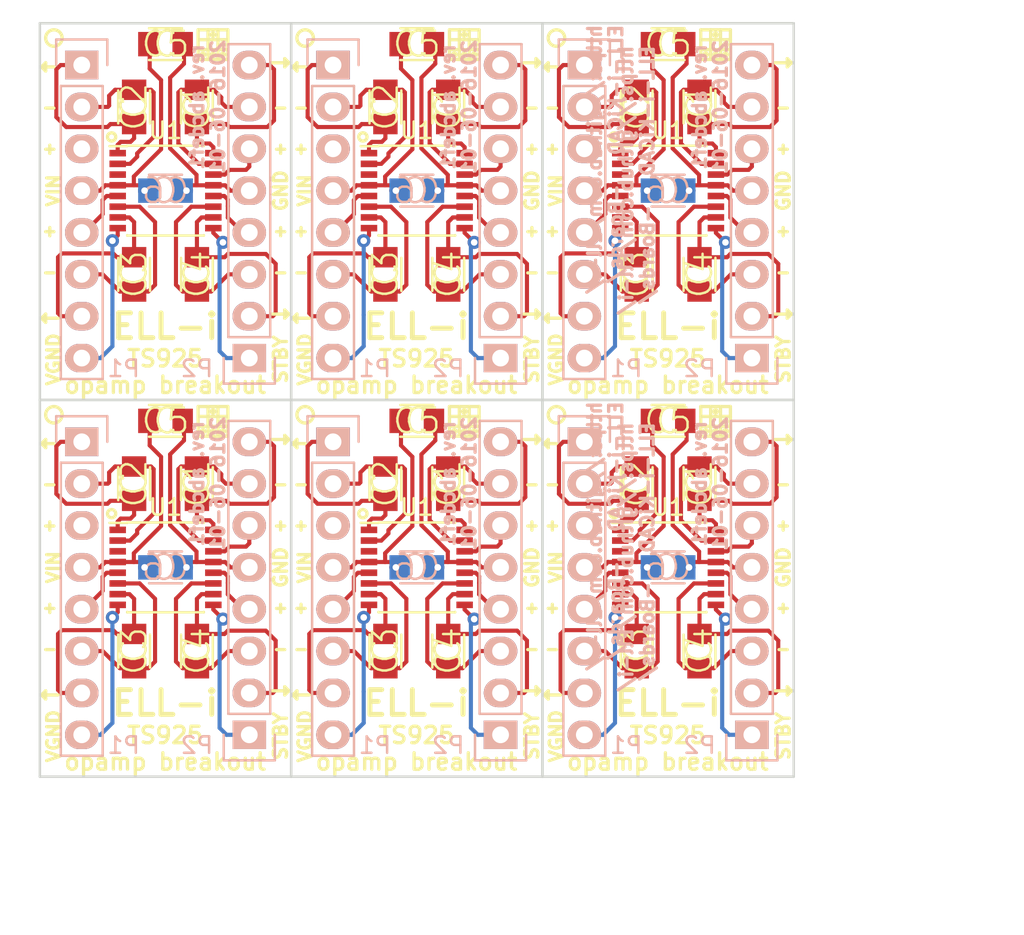
<source format=kicad_pcb>
(kicad_pcb (version 20221018) (generator pcbnew)
  (layers (0 "F.Cu" signal) (31 "B.Cu" signal) (34 "B.Paste" user) (35 "F.Paste" user) (36 "B.SilkS" user "B.Silkscreen") (37 "F.SilkS" user "F.Silkscreen") (38 "B.Mask" user) (39 "F.Mask" user) (44 "Edge.Cuts" user))
  (net 0 "")
  (net 1 "VCC")
  (net 2 "GND")
  (net 3 "/16")
  (net 4 "/15")
  (net 5 "/1")
  (net 6 "/3")
  (net 7 "/7")
  (net 8 "/6")
  (net 9 "/10")
  (net 10 "/11")
  (net 11 "/2")
  (net 12 "/5")
  (net 13 "/8")
  (net 14 "/9")
  (net 15 "/12")
  (net 16 "/14")
  (net 17 "Net-(U1-Pad3)")
  (footprint "footprints:SMD0805-CAP-M" (layer "F.Cu") (at 161.925 106.68 90)
    (fp_text reference "C1")
    (fp_text value "C")
  )
  (footprint "footprints:SMD0805-CAP-M" (layer "F.Cu") (at 158.115 106.68 90)
    (fp_text reference "C2")
    (fp_text value "C")
  )
  (footprint "footprints:SMD0805-CAP-M" (layer "F.Cu") (at 158.115 116.84 -90)
    (fp_text reference "C3")
    (fp_text value "C")
  )
  (footprint "footprints:SMD0805-CAP-M" (layer "F.Cu") (at 161.925 116.84 -90)
    (fp_text reference "C4")
    (fp_text value "C")
  )
  (footprint "footprints:SMD0805-CAP-M" (layer "F.Cu") (at 160.02 102.87)
    (fp_text reference "C5")
    (fp_text value "C")
  )
  (footprint "Housings_SSOP:SSOP-16_4.4x5.2mm_Pitch0.65mm" (layer "F.Cu") (at 160.02 111.76)
    (fp_text reference "U1")
    (fp_text value "TS925")
  )
  (footprint "footprints:SMD0805-CAP-M" (layer "F.Cu") (at 146.685 106.68 90)
    (fp_text reference "C1")
    (fp_text value "C")
  )
  (footprint "footprints:SMD0805-CAP-M" (layer "F.Cu") (at 142.875 106.68 90)
    (fp_text reference "C2")
    (fp_text value "C")
  )
  (footprint "footprints:SMD0805-CAP-M" (layer "F.Cu") (at 142.875 116.84 -90)
    (fp_text reference "C3")
    (fp_text value "C")
  )
  (footprint "footprints:SMD0805-CAP-M" (layer "F.Cu") (at 146.685 116.84 -90)
    (fp_text reference "C4")
    (fp_text value "C")
  )
  (footprint "footprints:SMD0805-CAP-M" (layer "F.Cu") (at 144.78 102.87)
    (fp_text reference "C5")
    (fp_text value "C")
  )
  (footprint "Housings_SSOP:SSOP-16_4.4x5.2mm_Pitch0.65mm" (layer "F.Cu") (at 144.78 111.76)
    (fp_text reference "U1")
    (fp_text value "TS925")
  )
  (footprint "Housings_SSOP:SSOP-16_4.4x5.2mm_Pitch0.65mm" (layer "F.Cu") (at 129.54 111.76)
    (fp_text reference "U1")
    (fp_text value "TS925")
  )
  (footprint "footprints:SMD0805-CAP-M" (layer "F.Cu") (at 129.54 102.87)
    (fp_text reference "C5")
    (fp_text value "C")
  )
  (footprint "footprints:SMD0805-CAP-M" (layer "F.Cu") (at 131.445 116.84 -90)
    (fp_text reference "C4")
    (fp_text value "C")
  )
  (footprint "footprints:SMD0805-CAP-M" (layer "F.Cu") (at 127.635 116.84 -90)
    (fp_text reference "C3")
    (fp_text value "C")
  )
  (footprint "footprints:SMD0805-CAP-M" (layer "F.Cu") (at 127.635 106.68 90)
    (fp_text reference "C2")
    (fp_text value "C")
  )
  (footprint "footprints:SMD0805-CAP-M" (layer "F.Cu") (at 131.445 106.68 90)
    (fp_text reference "C1")
    (fp_text value "C")
  )
  (footprint "footprints:SMD0805-CAP-M" (layer "F.Cu") (at 131.445 83.82 90)
    (fp_text reference "C1")
    (fp_text value "C")
  )
  (footprint "footprints:SMD0805-CAP-M" (layer "F.Cu") (at 127.635 83.82 90)
    (fp_text reference "C2")
    (fp_text value "C")
  )
  (footprint "footprints:SMD0805-CAP-M" (layer "F.Cu") (at 127.635 93.98 -90)
    (fp_text reference "C3")
    (fp_text value "C")
  )
  (footprint "footprints:SMD0805-CAP-M" (layer "F.Cu") (at 131.445 93.98 -90)
    (fp_text reference "C4")
    (fp_text value "C")
  )
  (footprint "footprints:SMD0805-CAP-M" (layer "F.Cu") (at 129.54 80.01)
    (fp_text reference "C5")
    (fp_text value "C")
  )
  (footprint "Housings_SSOP:SSOP-16_4.4x5.2mm_Pitch0.65mm" (layer "F.Cu") (at 129.54 88.9)
    (fp_text reference "U1")
    (fp_text value "TS925")
  )
  (footprint "Housings_SSOP:SSOP-16_4.4x5.2mm_Pitch0.65mm" (layer "F.Cu") (at 144.78 88.9)
    (fp_text reference "U1")
    (fp_text value "TS925")
  )
  (footprint "footprints:SMD0805-CAP-M" (layer "F.Cu") (at 144.78 80.01)
    (fp_text reference "C5")
    (fp_text value "C")
  )
  (footprint "footprints:SMD0805-CAP-M" (layer "F.Cu") (at 146.685 93.98 -90)
    (fp_text reference "C4")
    (fp_text value "C")
  )
  (footprint "footprints:SMD0805-CAP-M" (layer "F.Cu") (at 142.875 93.98 -90)
    (fp_text reference "C3")
    (fp_text value "C")
  )
  (footprint "footprints:SMD0805-CAP-M" (layer "F.Cu") (at 142.875 83.82 90)
    (fp_text reference "C2")
    (fp_text value "C")
  )
  (footprint "footprints:SMD0805-CAP-M" (layer "F.Cu") (at 146.685 83.82 90)
    (fp_text reference "C1")
    (fp_text value "C")
  )
  (footprint "footprints:SMD0805-CAP-M" (layer "F.Cu") (at 161.925 83.82 90)
    (fp_text reference "C1")
    (fp_text value "C")
  )
  (footprint "footprints:SMD0805-CAP-M" (layer "F.Cu") (at 158.115 83.82 90)
    (fp_text reference "C2")
    (fp_text value "C")
  )
  (footprint "footprints:SMD0805-CAP-M" (layer "F.Cu") (at 158.115 93.98 -90)
    (fp_text reference "C3")
    (fp_text value "C")
  )
  (footprint "footprints:SMD0805-CAP-M" (layer "F.Cu") (at 161.925 93.98 -90)
    (fp_text reference "C4")
    (fp_text value "C")
  )
  (footprint "footprints:SMD0805-CAP-M" (layer "F.Cu") (at 160.02 80.01)
    (fp_text reference "C5")
    (fp_text value "C")
  )
  (footprint "Housings_SSOP:SSOP-16_4.4x5.2mm_Pitch0.65mm" (layer "F.Cu") (at 160.02 88.9)
    (fp_text reference "U1")
    (fp_text value "TS925")
  )
  (footprint "footprints:SMD0805-CAP-M" (layer "B.Cu") (at 160.02 111.76)
    (fp_text reference "C6")
    (fp_text value "C")
  )
  (footprint "Pin_Headers:Pin_Header_Straight_1x08" (layer "B.Cu") (at 154.94 104.14 180)
    (fp_text reference "P1")
    (fp_text value "CONN_01X08")
  )
  (footprint "Pin_Headers:Pin_Header_Straight_1x08" (layer "B.Cu") (at 165.1 121.92)
    (fp_text reference "P2")
    (fp_text value "CONN_01X08")
  )
  (footprint "footprints:SMD0805-CAP-M" (layer "B.Cu") (at 144.78 111.76)
    (fp_text reference "C6")
    (fp_text value "C")
  )
  (footprint "Pin_Headers:Pin_Header_Straight_1x08" (layer "B.Cu") (at 139.7 104.14 180)
    (fp_text reference "P1")
    (fp_text value "CONN_01X08")
  )
  (footprint "Pin_Headers:Pin_Header_Straight_1x08" (layer "B.Cu") (at 149.86 121.92)
    (fp_text reference "P2")
    (fp_text value "CONN_01X08")
  )
  (footprint "Pin_Headers:Pin_Header_Straight_1x08" (layer "B.Cu") (at 134.62 121.92)
    (fp_text reference "P2")
    (fp_text value "CONN_01X08")
  )
  (footprint "Pin_Headers:Pin_Header_Straight_1x08" (layer "B.Cu") (at 124.46 104.14 180)
    (fp_text reference "P1")
    (fp_text value "CONN_01X08")
  )
  (footprint "footprints:SMD0805-CAP-M" (layer "B.Cu") (at 129.54 111.76)
    (fp_text reference "C6")
    (fp_text value "C")
  )
  (footprint "footprints:SMD0805-CAP-M" (layer "B.Cu") (at 129.54 88.9)
    (fp_text reference "C6")
    (fp_text value "C")
  )
  (footprint "Pin_Headers:Pin_Header_Straight_1x08" (layer "B.Cu") (at 124.46 81.28 180)
    (fp_text reference "P1")
    (fp_text value "CONN_01X08")
  )
  (footprint "Pin_Headers:Pin_Header_Straight_1x08" (layer "B.Cu") (at 134.62 99.06)
    (fp_text reference "P2")
    (fp_text value "CONN_01X08")
  )
  (footprint "Pin_Headers:Pin_Header_Straight_1x08" (layer "B.Cu") (at 149.86 99.06)
    (fp_text reference "P2")
    (fp_text value "CONN_01X08")
  )
  (footprint "Pin_Headers:Pin_Header_Straight_1x08" (layer "B.Cu") (at 139.7 81.28 180)
    (fp_text reference "P1")
    (fp_text value "CONN_01X08")
  )
  (footprint "footprints:SMD0805-CAP-M" (layer "B.Cu") (at 144.78 88.9)
    (fp_text reference "C6")
    (fp_text value "C")
  )
  (footprint "footprints:SMD0805-CAP-M" (layer "B.Cu") (at 160.02 88.9)
    (fp_text reference "C6")
    (fp_text value "C")
  )
  (footprint "Pin_Headers:Pin_Header_Straight_1x08" (layer "B.Cu") (at 154.94 81.28 180)
    (fp_text reference "P1")
    (fp_text value "CONN_01X08")
  )
  (footprint "Pin_Headers:Pin_Header_Straight_1x08" (layer "B.Cu") (at 165.1 99.06)
    (fp_text reference "P2")
    (fp_text value "CONN_01X08")
  )
  (gr_circle (center 147.06 103.5) (end 147.16 103.5) (stroke (width 0.2)) (fill none) (layer "F.SilkS"))
  (gr_circle (center 147.66 103.5) (end 147.76 103.5) (stroke (width 0.2)) (fill none) (layer "F.SilkS"))
  (gr_circle (center 148.26 103.5) (end 148.36 103.5) (stroke (width 0.2)) (fill none) (layer "F.SilkS"))
  (gr_circle (center 148.26 102.9) (end 148.36 102.9) (stroke (width 0.2)) (fill none) (layer "F.SilkS"))
  (gr_circle (center 147.66 102.3) (end 147.76 102.3) (stroke (width 0.2)) (fill none) (layer "F.SilkS"))
  (gr_line (start 147.96 102) (end 147.96 103.8) (stroke (width 0.2)) (layer "F.SilkS"))
  (gr_line (start 147.36 103.8) (end 147.36 102) (stroke (width 0.2)) (layer "F.SilkS"))
  (gr_line (start 148.56 103.2) (end 146.76 103.2) (stroke (width 0.2)) (layer "F.SilkS"))
  (gr_line (start 146.76 102.6) (end 148.56 102.6) (stroke (width 0.2)) (layer "F.SilkS"))
  (gr_line (start 146.76 103.8) (end 146.76 102) (stroke (width 0.2)) (layer "F.SilkS"))
  (gr_line (start 148.56 103.8) (end 146.76 103.8) (stroke (width 0.2)) (layer "F.SilkS"))
  (gr_line (start 148.56 102) (end 148.56 103.8) (stroke (width 0.2)) (layer "F.SilkS"))
  (gr_line (start 146.76 102) (end 148.56 102) (stroke (width 0.2)) (layer "F.SilkS"))
  (gr_circle (center 141.51 108.5) (end 141.76 108.5) (stroke (width 0.2)) (fill none) (layer "F.SilkS"))
  (gr_circle (center 138.01 102.5) (end 138.51 102.5) (stroke (width 0.2)) (fill none) (layer "F.SilkS"))
  (gr_line (start 152.01 119.5) (end 152.26 119.25) (stroke (width 0.2)) (layer "F.SilkS"))
  (gr_line (start 152.01 119) (end 152.01 119.5) (stroke (width 0.2)) (layer "F.SilkS"))
  (gr_line (start 152.26 119.25) (end 152.01 119) (stroke (width 0.2)) (layer "F.SilkS"))
  (gr_line (start 151.26 119.25) (end 152.26 119.25) (stroke (width 0.2)) (layer "F.SilkS"))
  (gr_line (start 152.01 116.75) (end 151.51 116.75) (stroke (width 0.2)) (layer "F.SilkS"))
  (gr_line (start 151.76 114) (end 151.76 114.5) (stroke (width 0.2)) (layer "F.SilkS"))
  (gr_line (start 152.01 114.25) (end 151.51 114.25) (stroke (width 0.2)) (layer "F.SilkS"))
  (gr_line (start 152.01 104.25) (end 152.26 104) (stroke (width 0.2)) (layer "F.SilkS"))
  (gr_line (start 152.01 103.75) (end 152.01 104.25) (stroke (width 0.2)) (layer "F.SilkS"))
  (gr_line (start 152.26 104) (end 152.01 103.75) (stroke (width 0.2)) (layer "F.SilkS"))
  (gr_line (start 151.26 104) (end 152.26 104) (stroke (width 0.2)) (layer "F.SilkS"))
  (gr_line (start 151.51 106.75) (end 152.01 106.75) (stroke (width 0.2)) (layer "F.SilkS"))
  (gr_line (start 151.76 109) (end 151.76 109.5) (stroke (width 0.2)) (layer "F.SilkS"))
  (gr_line (start 151.51 109.25) (end 152.01 109.25) (stroke (width 0.2)) (layer "F.SilkS"))
  (gr_line (start 137.76 114) (end 137.76 114.5) (stroke (width 0.2)) (layer "F.SilkS"))
  (gr_line (start 138.01 114.25) (end 137.51 114.25) (stroke (width 0.2)) (layer "F.SilkS"))
  (gr_line (start 137.51 116.75) (end 138.01 116.75) (stroke (width 0.2)) (layer "F.SilkS"))
  (gr_line (start 137.51 119.75) (end 137.26 119.5) (stroke (width 0.2)) (layer "F.SilkS"))
  (gr_line (start 137.51 119.25) (end 137.51 119.75) (stroke (width 0.2)) (layer "F.SilkS"))
  (gr_line (start 137.26 119.5) (end 137.51 119.25) (stroke (width 0.2)) (layer "F.SilkS"))
  (gr_line (start 138.26 119.5) (end 137.26 119.5) (stroke (width 0.2)) (layer "F.SilkS"))
  (gr_line (start 138.01 109.25) (end 137.51 109.25) (stroke (width 0.2)) (layer "F.SilkS"))
  (gr_line (start 137.76 109.5) (end 137.76 109) (stroke (width 0.2)) (layer "F.SilkS"))
  (gr_line (start 137.51 106.75) (end 138.01 106.75) (stroke (width 0.2)) (layer "F.SilkS"))
  (gr_line (start 137.51 104.5) (end 137.26 104.25) (stroke (width 0.2)) (layer "F.SilkS"))
  (gr_line (start 137.51 104) (end 137.51 104.5) (stroke (width 0.2)) (layer "F.SilkS"))
  (gr_line (start 137.26 104.25) (end 137.51 104) (stroke (width 0.2)) (layer "F.SilkS"))
  (gr_line (start 138.01 104.25) (end 137.26 104.25) (stroke (width 0.2)) (layer "F.SilkS"))
  (gr_line (start 122.77 104.25) (end 122.02 104.25) (stroke (width 0.2)) (layer "F.SilkS"))
  (gr_line (start 122.02 104.25) (end 122.27 104) (stroke (width 0.2)) (layer "F.SilkS"))
  (gr_line (start 122.27 104) (end 122.27 104.5) (stroke (width 0.2)) (layer "F.SilkS"))
  (gr_line (start 122.27 104.5) (end 122.02 104.25) (stroke (width 0.2)) (layer "F.SilkS"))
  (gr_line (start 122.27 106.75) (end 122.77 106.75) (stroke (width 0.2)) (layer "F.SilkS"))
  (gr_line (start 122.52 109.5) (end 122.52 109) (stroke (width 0.2)) (layer "F.SilkS"))
  (gr_line (start 122.77 109.25) (end 122.27 109.25) (stroke (width 0.2)) (layer "F.SilkS"))
  (gr_line (start 123.02 119.5) (end 122.02 119.5) (stroke (width 0.2)) (layer "F.SilkS"))
  (gr_line (start 122.02 119.5) (end 122.27 119.25) (stroke (width 0.2)) (layer "F.SilkS"))
  (gr_line (start 122.27 119.25) (end 122.27 119.75) (stroke (width 0.2)) (layer "F.SilkS"))
  (gr_line (start 122.27 119.75) (end 122.02 119.5) (stroke (width 0.2)) (layer "F.SilkS"))
  (gr_line (start 122.27 116.75) (end 122.77 116.75) (stroke (width 0.2)) (layer "F.SilkS"))
  (gr_line (start 122.77 114.25) (end 122.27 114.25) (stroke (width 0.2)) (layer "F.SilkS"))
  (gr_line (start 122.52 114) (end 122.52 114.5) (stroke (width 0.2)) (layer "F.SilkS"))
  (gr_line (start 136.27 109.25) (end 136.77 109.25) (stroke (width 0.2)) (layer "F.SilkS"))
  (gr_line (start 136.52 109) (end 136.52 109.5) (stroke (width 0.2)) (layer "F.SilkS"))
  (gr_line (start 136.27 106.75) (end 136.77 106.75) (stroke (width 0.2)) (layer "F.SilkS"))
  (gr_line (start 136.02 104) (end 137.02 104) (stroke (width 0.2)) (layer "F.SilkS"))
  (gr_line (start 137.02 104) (end 136.77 103.75) (stroke (width 0.2)) (layer "F.SilkS"))
  (gr_line (start 136.77 103.75) (end 136.77 104.25) (stroke (width 0.2)) (layer "F.SilkS"))
  (gr_line (start 136.77 104.25) (end 137.02 104) (stroke (width 0.2)) (layer "F.SilkS"))
  (gr_line (start 136.77 114.25) (end 136.27 114.25) (stroke (width 0.2)) (layer "F.SilkS"))
  (gr_line (start 136.52 114) (end 136.52 114.5) (stroke (width 0.2)) (layer "F.SilkS"))
  (gr_line (start 136.77 116.75) (end 136.27 116.75) (stroke (width 0.2)) (layer "F.SilkS"))
  (gr_line (start 136.02 119.25) (end 137.02 119.25) (stroke (width 0.2)) (layer "F.SilkS"))
  (gr_line (start 137.02 119.25) (end 136.77 119) (stroke (width 0.2)) (layer "F.SilkS"))
  (gr_line (start 136.77 119) (end 136.77 119.5) (stroke (width 0.2)) (layer "F.SilkS"))
  (gr_line (start 136.77 119.5) (end 137.02 119.25) (stroke (width 0.2)) (layer "F.SilkS"))
  (gr_circle (center 122.77 102.5) (end 123.27 102.5) (stroke (width 0.2)) (fill none) (layer "F.SilkS"))
  (gr_circle (center 126.27 108.5) (end 126.52 108.5) (stroke (width 0.2)) (fill none) (layer "F.SilkS"))
  (gr_line (start 131.52 102) (end 133.32 102) (stroke (width 0.2)) (layer "F.SilkS"))
  (gr_line (start 133.32 102) (end 133.32 103.8) (stroke (width 0.2)) (layer "F.SilkS"))
  (gr_line (start 133.32 103.8) (end 131.52 103.8) (stroke (width 0.2)) (layer "F.SilkS"))
  (gr_line (start 131.52 103.8) (end 131.52 102) (stroke (width 0.2)) (layer "F.SilkS"))
  (gr_line (start 131.52 102.6) (end 133.32 102.6) (stroke (width 0.2)) (layer "F.SilkS"))
  (gr_line (start 133.32 103.2) (end 131.52 103.2) (stroke (width 0.2)) (layer "F.SilkS"))
  (gr_line (start 132.12 103.8) (end 132.12 102) (stroke (width 0.2)) (layer "F.SilkS"))
  (gr_line (start 132.72 102) (end 132.72 103.8) (stroke (width 0.2)) (layer "F.SilkS"))
  (gr_circle (center 132.42 102.3) (end 132.52 102.3) (stroke (width 0.2)) (fill none) (layer "F.SilkS"))
  (gr_circle (center 133.02 102.9) (end 133.12 102.9) (stroke (width 0.2)) (fill none) (layer "F.SilkS"))
  (gr_circle (center 133.02 103.5) (end 133.12 103.5) (stroke (width 0.2)) (fill none) (layer "F.SilkS"))
  (gr_circle (center 132.42 103.5) (end 132.52 103.5) (stroke (width 0.2)) (fill none) (layer "F.SilkS"))
  (gr_circle (center 131.82 103.5) (end 131.92 103.5) (stroke (width 0.2)) (fill none) (layer "F.SilkS"))
  (gr_circle (center 131.82 80.64) (end 131.92 80.64) (stroke (width 0.2)) (fill none) (layer "F.SilkS"))
  (gr_circle (center 132.42 80.64) (end 132.52 80.64) (stroke (width 0.2)) (fill none) (layer "F.SilkS"))
  (gr_circle (center 133.02 80.64) (end 133.12 80.64) (stroke (width 0.2)) (fill none) (layer "F.SilkS"))
  (gr_circle (center 133.02 80.04) (end 133.12 80.04) (stroke (width 0.2)) (fill none) (layer "F.SilkS"))
  (gr_circle (center 132.42 79.44) (end 132.52 79.44) (stroke (width 0.2)) (fill none) (layer "F.SilkS"))
  (gr_line (start 132.72 79.14) (end 132.72 80.94) (stroke (width 0.2)) (layer "F.SilkS"))
  (gr_line (start 132.12 80.94) (end 132.12 79.14) (stroke (width 0.2)) (layer "F.SilkS"))
  (gr_line (start 133.32 80.34) (end 131.52 80.34) (stroke (width 0.2)) (layer "F.SilkS"))
  (gr_line (start 131.52 79.74) (end 133.32 79.74) (stroke (width 0.2)) (layer "F.SilkS"))
  (gr_line (start 131.52 80.94) (end 131.52 79.14) (stroke (width 0.2)) (layer "F.SilkS"))
  (gr_line (start 133.32 80.94) (end 131.52 80.94) (stroke (width 0.2)) (layer "F.SilkS"))
  (gr_line (start 133.32 79.14) (end 133.32 80.94) (stroke (width 0.2)) (layer "F.SilkS"))
  (gr_line (start 131.52 79.14) (end 133.32 79.14) (stroke (width 0.2)) (layer "F.SilkS"))
  (gr_circle (center 126.27 85.64) (end 126.52 85.64) (stroke (width 0.2)) (fill none) (layer "F.SilkS"))
  (gr_circle (center 122.77 79.64) (end 123.27 79.64) (stroke (width 0.2)) (fill none) (layer "F.SilkS"))
  (gr_line (start 136.77 96.64) (end 137.02 96.39) (stroke (width 0.2)) (layer "F.SilkS"))
  (gr_line (start 136.77 96.14) (end 136.77 96.64) (stroke (width 0.2)) (layer "F.SilkS"))
  (gr_line (start 137.02 96.39) (end 136.77 96.14) (stroke (width 0.2)) (layer "F.SilkS"))
  (gr_line (start 136.02 96.39) (end 137.02 96.39) (stroke (width 0.2)) (layer "F.SilkS"))
  (gr_line (start 136.77 93.89) (end 136.27 93.89) (stroke (width 0.2)) (layer "F.SilkS"))
  (gr_line (start 136.52 91.14) (end 136.52 91.64) (stroke (width 0.2)) (layer "F.SilkS"))
  (gr_line (start 136.77 91.39) (end 136.27 91.39) (stroke (width 0.2)) (layer "F.SilkS"))
  (gr_line (start 136.77 81.39) (end 137.02 81.14) (stroke (width 0.2)) (layer "F.SilkS"))
  (gr_line (start 136.77 80.89) (end 136.77 81.39) (stroke (width 0.2)) (layer "F.SilkS"))
  (gr_line (start 137.02 81.14) (end 136.77 80.89) (stroke (width 0.2)) (layer "F.SilkS"))
  (gr_line (start 136.02 81.14) (end 137.02 81.14) (stroke (width 0.2)) (layer "F.SilkS"))
  (gr_line (start 136.27 83.89) (end 136.77 83.89) (stroke (width 0.2)) (layer "F.SilkS"))
  (gr_line (start 136.52 86.14) (end 136.52 86.64) (stroke (width 0.2)) (layer "F.SilkS"))
  (gr_line (start 136.27 86.39) (end 136.77 86.39) (stroke (width 0.2)) (layer "F.SilkS"))
  (gr_line (start 122.52 91.14) (end 122.52 91.64) (stroke (width 0.2)) (layer "F.SilkS"))
  (gr_line (start 122.77 91.39) (end 122.27 91.39) (stroke (width 0.2)) (layer "F.SilkS"))
  (gr_line (start 122.27 93.89) (end 122.77 93.89) (stroke (width 0.2)) (layer "F.SilkS"))
  (gr_line (start 122.27 96.89) (end 122.02 96.64) (stroke (width 0.2)) (layer "F.SilkS"))
  (gr_line (start 122.27 96.39) (end 122.27 96.89) (stroke (width 0.2)) (layer "F.SilkS"))
  (gr_line (start 122.02 96.64) (end 122.27 96.39) (stroke (width 0.2)) (layer "F.SilkS"))
  (gr_line (start 123.02 96.64) (end 122.02 96.64) (stroke (width 0.2)) (layer "F.SilkS"))
  (gr_line (start 122.77 86.39) (end 122.27 86.39) (stroke (width 0.2)) (layer "F.SilkS"))
  (gr_line (start 122.52 86.64) (end 122.52 86.14) (stroke (width 0.2)) (layer "F.SilkS"))
  (gr_line (start 122.27 83.89) (end 122.77 83.89) (stroke (width 0.2)) (layer "F.SilkS"))
  (gr_line (start 122.27 81.64) (end 122.02 81.39) (stroke (width 0.2)) (layer "F.SilkS"))
  (gr_line (start 122.27 81.14) (end 122.27 81.64) (stroke (width 0.2)) (layer "F.SilkS"))
  (gr_line (start 122.02 81.39) (end 122.27 81.14) (stroke (width 0.2)) (layer "F.SilkS"))
  (gr_line (start 122.77 81.39) (end 122.02 81.39) (stroke (width 0.2)) (layer "F.SilkS"))
  (gr_line (start 138.01 81.39) (end 137.26 81.39) (stroke (width 0.2)) (layer "F.SilkS"))
  (gr_line (start 137.26 81.39) (end 137.51 81.14) (stroke (width 0.2)) (layer "F.SilkS"))
  (gr_line (start 137.51 81.14) (end 137.51 81.64) (stroke (width 0.2)) (layer "F.SilkS"))
  (gr_line (start 137.51 81.64) (end 137.26 81.39) (stroke (width 0.2)) (layer "F.SilkS"))
  (gr_line (start 137.51 83.89) (end 138.01 83.89) (stroke (width 0.2)) (layer "F.SilkS"))
  (gr_line (start 137.76 86.64) (end 137.76 86.14) (stroke (width 0.2)) (layer "F.SilkS"))
  (gr_line (start 138.01 86.39) (end 137.51 86.39) (stroke (width 0.2)) (layer "F.SilkS"))
  (gr_line (start 138.26 96.64) (end 137.26 96.64) (stroke (width 0.2)) (layer "F.SilkS"))
  (gr_line (start 137.26 96.64) (end 137.51 96.39) (stroke (width 0.2)) (layer "F.SilkS"))
  (gr_line (start 137.51 96.39) (end 137.51 96.89) (stroke (width 0.2)) (layer "F.SilkS"))
  (gr_line (start 137.51 96.89) (end 137.26 96.64) (stroke (width 0.2)) (layer "F.SilkS"))
  (gr_line (start 137.51 93.89) (end 138.01 93.89) (stroke (width 0.2)) (layer "F.SilkS"))
  (gr_line (start 138.01 91.39) (end 137.51 91.39) (stroke (width 0.2)) (layer "F.SilkS"))
  (gr_line (start 137.76 91.14) (end 137.76 91.64) (stroke (width 0.2)) (layer "F.SilkS"))
  (gr_line (start 151.51 86.39) (end 152.01 86.39) (stroke (width 0.2)) (layer "F.SilkS"))
  (gr_line (start 151.76 86.14) (end 151.76 86.64) (stroke (width 0.2)) (layer "F.SilkS"))
  (gr_line (start 151.51 83.89) (end 152.01 83.89) (stroke (width 0.2)) (layer "F.SilkS"))
  (gr_line (start 151.26 81.14) (end 152.26 81.14) (stroke (width 0.2)) (layer "F.SilkS"))
  (gr_line (start 152.26 81.14) (end 152.01 80.89) (stroke (width 0.2)) (layer "F.SilkS"))
  (gr_line (start 152.01 80.89) (end 152.01 81.39) (stroke (width 0.2)) (layer "F.SilkS"))
  (gr_line (start 152.01 81.39) (end 152.26 81.14) (stroke (width 0.2)) (layer "F.SilkS"))
  (gr_line (start 152.01 91.39) (end 151.51 91.39) (stroke (width 0.2)) (layer "F.SilkS"))
  (gr_line (start 151.76 91.14) (end 151.76 91.64) (stroke (width 0.2)) (layer "F.SilkS"))
  (gr_line (start 152.01 93.89) (end 151.51 93.89) (stroke (width 0.2)) (layer "F.SilkS"))
  (gr_line (start 151.26 96.39) (end 152.26 96.39) (stroke (width 0.2)) (layer "F.SilkS"))
  (gr_line (start 152.26 96.39) (end 152.01 96.14) (stroke (width 0.2)) (layer "F.SilkS"))
  (gr_line (start 152.01 96.14) (end 152.01 96.64) (stroke (width 0.2)) (layer "F.SilkS"))
  (gr_line (start 152.01 96.64) (end 152.26 96.39) (stroke (width 0.2)) (layer "F.SilkS"))
  (gr_circle (center 138.01 79.64) (end 138.51 79.64) (stroke (width 0.2)) (fill none) (layer "F.SilkS"))
  (gr_circle (center 141.51 85.64) (end 141.76 85.64) (stroke (width 0.2)) (fill none) (layer "F.SilkS"))
  (gr_line (start 146.76 79.14) (end 148.56 79.14) (stroke (width 0.2)) (layer "F.SilkS"))
  (gr_line (start 148.56 79.14) (end 148.56 80.94) (stroke (width 0.2)) (layer "F.SilkS"))
  (gr_line (start 148.56 80.94) (end 146.76 80.94) (stroke (width 0.2)) (layer "F.SilkS"))
  (gr_line (start 146.76 80.94) (end 146.76 79.14) (stroke (width 0.2)) (layer "F.SilkS"))
  (gr_line (start 146.76 79.74) (end 148.56 79.74) (stroke (width 0.2)) (layer "F.SilkS"))
  (gr_line (start 148.56 80.34) (end 146.76 80.34) (stroke (width 0.2)) (layer "F.SilkS"))
  (gr_line (start 147.36 80.94) (end 147.36 79.14) (stroke (width 0.2)) (layer "F.SilkS"))
  (gr_line (start 147.96 79.14) (end 147.96 80.94) (stroke (width 0.2)) (layer "F.SilkS"))
  (gr_circle (center 147.66 79.44) (end 147.76 79.44) (stroke (width 0.2)) (fill none) (layer "F.SilkS"))
  (gr_circle (center 148.26 80.04) (end 148.36 80.04) (stroke (width 0.2)) (fill none) (layer "F.SilkS"))
  (gr_circle (center 148.26 80.64) (end 148.36 80.64) (stroke (width 0.2)) (fill none) (layer "F.SilkS"))
  (gr_circle (center 147.66 80.64) (end 147.76 80.64) (stroke (width 0.2)) (fill none) (layer "F.SilkS"))
  (gr_circle (center 147.06 80.64) (end 147.16 80.64) (stroke (width 0.2)) (fill none) (layer "F.SilkS"))
  (gr_circle (center 162.3 80.64) (end 162.4 80.64) (stroke (width 0.2)) (fill none) (layer "F.SilkS"))
  (gr_circle (center 162.9 80.64) (end 163 80.64) (stroke (width 0.2)) (fill none) (layer "F.SilkS"))
  (gr_circle (center 163.5 80.64) (end 163.6 80.64) (stroke (width 0.2)) (fill none) (layer "F.SilkS"))
  (gr_circle (center 163.5 80.04) (end 163.6 80.04) (stroke (width 0.2)) (fill none) (layer "F.SilkS"))
  (gr_circle (center 162.9 79.44) (end 163 79.44) (stroke (width 0.2)) (fill none) (layer "F.SilkS"))
  (gr_line (start 163.2 79.14) (end 163.2 80.94) (stroke (width 0.2)) (layer "F.SilkS"))
  (gr_line (start 162.6 80.94) (end 162.6 79.14) (stroke (width 0.2)) (layer "F.SilkS"))
  (gr_line (start 163.8 80.34) (end 162 80.34) (stroke (width 0.2)) (layer "F.SilkS"))
  (gr_line (start 162 79.74) (end 163.8 79.74) (stroke (width 0.2)) (layer "F.SilkS"))
  (gr_line (start 162 80.94) (end 162 79.14) (stroke (width 0.2)) (layer "F.SilkS"))
  (gr_line (start 163.8 80.94) (end 162 80.94) (stroke (width 0.2)) (layer "F.SilkS"))
  (gr_line (start 163.8 79.14) (end 163.8 80.94) (stroke (width 0.2)) (layer "F.SilkS"))
  (gr_line (start 162 79.14) (end 163.8 79.14) (stroke (width 0.2)) (layer "F.SilkS"))
  (gr_circle (center 156.75 85.64) (end 157 85.64) (stroke (width 0.2)) (fill none) (layer "F.SilkS"))
  (gr_circle (center 153.25 79.64) (end 153.75 79.64) (stroke (width 0.2)) (fill none) (layer "F.SilkS"))
  (gr_line (start 167.25 96.64) (end 167.5 96.39) (stroke (width 0.2)) (layer "F.SilkS"))
  (gr_line (start 167.25 96.14) (end 167.25 96.64) (stroke (width 0.2)) (layer "F.SilkS"))
  (gr_line (start 167.5 96.39) (end 167.25 96.14) (stroke (width 0.2)) (layer "F.SilkS"))
  (gr_line (start 166.5 96.39) (end 167.5 96.39) (stroke (width 0.2)) (layer "F.SilkS"))
  (gr_line (start 167.25 93.89) (end 166.75 93.89) (stroke (width 0.2)) (layer "F.SilkS"))
  (gr_line (start 167 91.14) (end 167 91.64) (stroke (width 0.2)) (layer "F.SilkS"))
  (gr_line (start 167.25 91.39) (end 166.75 91.39) (stroke (width 0.2)) (layer "F.SilkS"))
  (gr_line (start 167.25 81.39) (end 167.5 81.14) (stroke (width 0.2)) (layer "F.SilkS"))
  (gr_line (start 167.25 80.89) (end 167.25 81.39) (stroke (width 0.2)) (layer "F.SilkS"))
  (gr_line (start 167.5 81.14) (end 167.25 80.89) (stroke (width 0.2)) (layer "F.SilkS"))
  (gr_line (start 166.5 81.14) (end 167.5 81.14) (stroke (width 0.2)) (layer "F.SilkS"))
  (gr_line (start 166.75 83.89) (end 167.25 83.89) (stroke (width 0.2)) (layer "F.SilkS"))
  (gr_line (start 167 86.14) (end 167 86.64) (stroke (width 0.2)) (layer "F.SilkS"))
  (gr_line (start 166.75 86.39) (end 167.25 86.39) (stroke (width 0.2)) (layer "F.SilkS"))
  (gr_line (start 153 91.14) (end 153 91.64) (stroke (width 0.2)) (layer "F.SilkS"))
  (gr_line (start 153.25 91.39) (end 152.75 91.39) (stroke (width 0.2)) (layer "F.SilkS"))
  (gr_line (start 152.75 93.89) (end 153.25 93.89) (stroke (width 0.2)) (layer "F.SilkS"))
  (gr_line (start 152.75 96.89) (end 152.5 96.64) (stroke (width 0.2)) (layer "F.SilkS"))
  (gr_line (start 152.75 96.39) (end 152.75 96.89) (stroke (width 0.2)) (layer "F.SilkS"))
  (gr_line (start 152.5 96.64) (end 152.75 96.39) (stroke (width 0.2)) (layer "F.SilkS"))
  (gr_line (start 153.5 96.64) (end 152.5 96.64) (stroke (width 0.2)) (layer "F.SilkS"))
  (gr_line (start 153.25 86.39) (end 152.75 86.39) (stroke (width 0.2)) (layer "F.SilkS"))
  (gr_line (start 153 86.64) (end 153 86.14) (stroke (width 0.2)) (layer "F.SilkS"))
  (gr_line (start 152.75 83.89) (end 153.25 83.89) (stroke (width 0.2)) (layer "F.SilkS"))
  (gr_line (start 152.75 81.64) (end 152.5 81.39) (stroke (width 0.2)) (layer "F.SilkS"))
  (gr_line (start 152.75 81.14) (end 152.75 81.64) (stroke (width 0.2)) (layer "F.SilkS"))
  (gr_line (start 152.5 81.39) (end 152.75 81.14) (stroke (width 0.2)) (layer "F.SilkS"))
  (gr_line (start 153.25 81.39) (end 152.5 81.39) (stroke (width 0.2)) (layer "F.SilkS"))
  (gr_line (start 166.75 109.25) (end 167.25 109.25) (stroke (width 0.2)) (layer "F.SilkS"))
  (gr_line (start 167 109) (end 167 109.5) (stroke (width 0.2)) (layer "F.SilkS"))
  (gr_line (start 153.25 114.25) (end 152.75 114.25) (stroke (width 0.2)) (layer "F.SilkS"))
  (gr_line (start 162 103.8) (end 162 102) (stroke (width 0.2)) (layer "F.SilkS"))
  (gr_line (start 166.5 119.25) (end 167.5 119.25) (stroke (width 0.2)) (layer "F.SilkS"))
  (gr_line (start 167.25 116.75) (end 166.75 116.75) (stroke (width 0.2)) (layer "F.SilkS"))
  (gr_line (start 152.5 119.5) (end 152.75 119.25) (stroke (width 0.2)) (layer "F.SilkS"))
  (gr_line (start 153 109.5) (end 153 109) (stroke (width 0.2)) (layer "F.SilkS"))
  (gr_line (start 163.8 102) (end 163.8 103.8) (stroke (width 0.2)) (layer "F.SilkS"))
  (gr_circle (center 162.9 102.3) (end 163 102.3) (stroke (width 0.2)) (fill none) (layer "F.SilkS"))
  (gr_line (start 167.25 103.75) (end 167.25 104.25) (stroke (width 0.2)) (layer "F.SilkS"))
  (gr_line (start 153.25 109.25) (end 152.75 109.25) (stroke (width 0.2)) (layer "F.SilkS"))
  (gr_line (start 152.75 104.5) (end 152.5 104.25) (stroke (width 0.2)) (layer "F.SilkS"))
  (gr_line (start 166.5 104) (end 167.5 104) (stroke (width 0.2)) (layer "F.SilkS"))
  (gr_line (start 167.25 119.5) (end 167.5 119.25) (stroke (width 0.2)) (layer "F.SilkS"))
  (gr_circle (center 162.3 103.5) (end 162.4 103.5) (stroke (width 0.2)) (fill none) (layer "F.SilkS"))
  (gr_line (start 152.75 119.75) (end 152.5 119.5) (stroke (width 0.2)) (layer "F.SilkS"))
  (gr_line (start 152.75 104) (end 152.75 104.5) (stroke (width 0.2)) (layer "F.SilkS"))
  (gr_line (start 163.8 103.8) (end 162 103.8) (stroke (width 0.2)) (layer "F.SilkS"))
  (gr_line (start 163.8 103.2) (end 162 103.2) (stroke (width 0.2)) (layer "F.SilkS"))
  (gr_line (start 167.5 119.25) (end 167.25 119) (stroke (width 0.2)) (layer "F.SilkS"))
  (gr_line (start 152.75 106.75) (end 153.25 106.75) (stroke (width 0.2)) (layer "F.SilkS"))
  (gr_line (start 152.75 116.75) (end 153.25 116.75) (stroke (width 0.2)) (layer "F.SilkS"))
  (gr_line (start 162.6 103.8) (end 162.6 102) (stroke (width 0.2)) (layer "F.SilkS"))
  (gr_line (start 152.75 119.25) (end 152.75 119.75) (stroke (width 0.2)) (layer "F.SilkS"))
  (gr_circle (center 153.25 102.5) (end 153.75 102.5) (stroke (width 0.2)) (fill none) (layer "F.SilkS"))
  (gr_line (start 167.25 119) (end 167.25 119.5) (stroke (width 0.2)) (layer "F.SilkS"))
  (gr_line (start 153.25 104.25) (end 152.5 104.25) (stroke (width 0.2)) (layer "F.SilkS"))
  (gr_line (start 152.5 104.25) (end 152.75 104) (stroke (width 0.2)) (layer "F.SilkS"))
  (gr_line (start 162 102) (end 163.8 102) (stroke (width 0.2)) (layer "F.SilkS"))
  (gr_circle (center 162.9 103.5) (end 163 103.5) (stroke (width 0.2)) (fill none) (layer "F.SilkS"))
  (gr_line (start 167.25 114.25) (end 166.75 114.25) (stroke (width 0.2)) (layer "F.SilkS"))
  (gr_line (start 166.75 106.75) (end 167.25 106.75) (stroke (width 0.2)) (layer "F.SilkS"))
  (gr_line (start 162 102.6) (end 163.8 102.6) (stroke (width 0.2)) (layer "F.SilkS"))
  (gr_line (start 167.5 104) (end 167.25 103.75) (stroke (width 0.2)) (layer "F.SilkS"))
  (gr_line (start 167.25 104.25) (end 167.5 104) (stroke (width 0.2)) (layer "F.SilkS"))
  (gr_line (start 153 114) (end 153 114.5) (stroke (width 0.2)) (layer "F.SilkS"))
  (gr_line (start 163.2 102) (end 163.2 103.8) (stroke (width 0.2)) (layer "F.SilkS"))
  (gr_line (start 167 114) (end 167 114.5) (stroke (width 0.2)) (layer "F.SilkS"))
  (gr_circle (center 163.5 102.9) (end 163.6 102.9) (stroke (width 0.2)) (fill none) (layer "F.SilkS"))
  (gr_circle (center 163.5 103.5) (end 163.6 103.5) (stroke (width 0.2)) (fill none) (layer "F.SilkS"))
  (gr_circle (center 156.75 108.5) (end 157 108.5) (stroke (width 0.2)) (fill none) (layer "F.SilkS"))
  (gr_line (start 153.5 119.5) (end 152.5 119.5) (stroke (width 0.2)) (layer "F.SilkS"))
  (gr_line (start 137.16 101.6) (end 137.16 124.46) (stroke (width 0.15)) (layer "Edge.Cuts"))
  (gr_line (start 152.4 101.6) (end 137.16 101.6) (stroke (width 0.15)) (layer "Edge.Cuts"))
  (gr_line (start 152.4 124.46) (end 152.4 101.6) (stroke (width 0.15)) (layer "Edge.Cuts"))
  (gr_line (start 137.16 124.46) (end 152.4 124.46) (stroke (width 0.15)) (layer "Edge.Cuts"))
  (gr_line (start 121.92 124.46) (end 137.16 124.46) (stroke (width 0.15)) (layer "Edge.Cuts"))
  (gr_line (start 137.16 124.46) (end 137.16 101.6) (stroke (width 0.15)) (layer "Edge.Cuts"))
  (gr_line (start 137.16 101.6) (end 121.92 101.6) (stroke (width 0.15)) (layer "Edge.Cuts"))
  (gr_line (start 121.92 101.6) (end 121.92 124.46) (stroke (width 0.15)) (layer "Edge.Cuts"))
  (gr_line (start 121.92 78.74) (end 121.92 101.6) (stroke (width 0.15)) (layer "Edge.Cuts"))
  (gr_line (start 137.16 78.74) (end 121.92 78.74) (stroke (width 0.15)) (layer "Edge.Cuts"))
  (gr_line (start 137.16 101.6) (end 137.16 78.74) (stroke (width 0.15)) (layer "Edge.Cuts"))
  (gr_line (start 121.92 101.6) (end 137.16 101.6) (stroke (width 0.15)) (layer "Edge.Cuts"))
  (gr_line (start 137.16 101.6) (end 152.4 101.6) (stroke (width 0.15)) (layer "Edge.Cuts"))
  (gr_line (start 152.4 101.6) (end 152.4 78.74) (stroke (width 0.15)) (layer "Edge.Cuts"))
  (gr_line (start 152.4 78.74) (end 137.16 78.74) (stroke (width 0.15)) (layer "Edge.Cuts"))
  (gr_line (start 137.16 78.74) (end 137.16 101.6) (stroke (width 0.15)) (layer "Edge.Cuts"))
  (gr_line (start 152.4 78.74) (end 152.4 101.6) (stroke (width 0.15)) (layer "Edge.Cuts"))
  (gr_line (start 167.64 78.74) (end 152.4 78.74) (stroke (width 0.15)) (layer "Edge.Cuts"))
  (gr_line (start 167.64 101.6) (end 167.64 78.74) (stroke (width 0.15)) (layer "Edge.Cuts"))
  (gr_line (start 152.4 101.6) (end 167.64 101.6) (stroke (width 0.15)) (layer "Edge.Cuts"))
  (gr_line (start 167.64 101.6) (end 152.4 101.6) (stroke (width 0.15)) (layer "Edge.Cuts"))
  (gr_line (start 152.4 124.46) (end 167.64 124.46) (stroke (width 0.15)) (layer "Edge.Cuts"))
  (gr_line (start 152.4 101.6) (end 152.4 124.46) (stroke (width 0.15)) (layer "Edge.Cuts"))
  (gr_line (start 167.64 124.46) (end 167.64 101.6) (stroke (width 0.15)) (layer "Edge.Cuts"))
  (gr_text "https://github.com/Ell-i/\nELL-i-KiCAD   -Boards/" (at 156.21 101.6 90) (layer "B.SilkS") (effects (font (size 0.8 0.8) (thickness 0.2)) (justify left mirror)))
  (gr_text "rev. abcdef1" (at 146.685 106.68 90) (layer "B.SilkS") (effects (font (size 0.8 0.8) (thickness 0.2)) (justify mirror)))
  (gr_text "2016-06-01" (at 147.955 106.68 90) (layer "B.SilkS") (effects (font (size 0.8 0.8) (thickness 0.2)) (justify mirror)))
  (gr_text "2016-06-01" (at 132.715 106.68 90) (layer "B.SilkS") (effects (font (size 0.8 0.8) (thickness 0.2)) (justify mirror)))
  (gr_text "rev. abcdef1" (at 131.445 106.68 90) (layer "B.SilkS") (effects (font (size 0.8 0.8) (thickness 0.2)) (justify mirror)))
  (gr_text "rev. abcdef1" (at 131.445 83.82 90) (layer "B.SilkS") (effects (font (size 0.8 0.8) (thickness 0.2)) (justify mirror)))
  (gr_text "2016-06-01" (at 132.715 83.82 90) (layer "B.SilkS") (effects (font (size 0.8 0.8) (thickness 0.2)) (justify mirror)))
  (gr_text "2016-06-01" (at 147.955 83.82 90) (layer "B.SilkS") (effects (font (size 0.8 0.8) (thickness 0.2)) (justify mirror)))
  (gr_text "rev. abcdef1" (at 146.685 83.82 90) (layer "B.SilkS") (effects (font (size 0.8 0.8) (thickness 0.2)) (justify mirror)))
  (gr_text "https://github.com/Ell-i/\nELL-i-KiCAD   -Boards/" (at 156.21 78.74 90) (layer "B.SilkS") (effects (font (size 0.8 0.8) (thickness 0.2)) (justify left mirror)))
  (gr_text "https://github.com/Ell-i/\nELL-i-KiCAD   -Boards/" (at 158.115 80.01 90) (layer "B.SilkS") (effects (font (size 0.8 0.8) (thickness 0.2)) (justify left mirror)))
  (gr_text "rev. abcdef1" (at 161.925 83.82 90) (layer "B.SilkS") (effects (font (size 0.8 0.8) (thickness 0.2)) (justify mirror)))
  (gr_text "2016-06-01" (at 163.195 83.82 90) (layer "B.SilkS") (effects (font (size 0.8 0.8) (thickness 0.2)) (justify mirror)))
  (gr_text "rev. abcdef1" (at 161.925 106.68 90) (layer "B.SilkS") (effects (font (size 0.8 0.8) (thickness 0.2)) (justify mirror)))
  (gr_text "2016-06-01" (at 163.195 106.68 90) (layer "B.SilkS") (effects (font (size 0.8 0.8) (thickness 0.2)) (justify mirror)))
  (gr_text "https://github.com/Ell-i/\nELL-i-KiCAD   -Boards/" (at 158.115 102.87 90) (layer "B.SilkS") (effects (font (size 0.8 0.8) (thickness 0.2)) (justify left mirror)))
  (gr_text "GND" (at 151.765 111.76 90) (layer "F.SilkS") (effects (font (size 0.8 0.8) (thickness 0.2))))
  (gr_text "ELL-i" (at 144.76 120) (layer "F.SilkS") (effects (font (size 1.5 1.5) (thickness 0.3))))
  (gr_text "TS925\nopamp breakout" (at 144.76 122.75) (layer "F.SilkS") (effects (font (size 1 1) (thickness 0.2))))
  (gr_text "VIN" (at 138.01 111.75 90) (layer "F.SilkS") (effects (font (size 0.8 0.8) (thickness 0.2))))
  (gr_text "STBY" (at 151.76 122 90) (layer "F.SilkS") (effects (font (size 0.8 0.8) (thickness 0.2))))
  (gr_text "VGND" (at 138.01 122 90) (layer "F.SilkS") (effects (font (size 0.8 0.8) (thickness 0.2))))
  (gr_text "VGND" (at 122.77 122 90) (layer "F.SilkS") (effects (font (size 0.8 0.8) (thickness 0.2))))
  (gr_text "STBY" (at 136.52 122 90) (layer "F.SilkS") (effects (font (size 0.8 0.8) (thickness 0.2))))
  (gr_text "VIN" (at 122.77 111.75 90) (layer "F.SilkS") (effects (font (size 0.8 0.8) (thickness 0.2))))
  (gr_text "TS925\nopamp breakout" (at 129.52 122.75) (layer "F.SilkS") (effects (font (size 1 1) (thickness 0.2))))
  (gr_text "ELL-i" (at 129.52 120) (layer "F.SilkS") (effects (font (size 1.5 1.5) (thickness 0.3))))
  (gr_text "GND" (at 136.525 111.76 90) (layer "F.SilkS") (effects (font (size 0.8 0.8) (thickness 0.2))))
  (gr_text "GND" (at 136.525 88.9 90) (layer "F.SilkS") (effects (font (size 0.8 0.8) (thickness 0.2))))
  (gr_text "ELL-i" (at 129.52 97.14) (layer "F.SilkS") (effects (font (size 1.5 1.5) (thickness 0.3))))
  (gr_text "TS925\nopamp breakout" (at 129.52 99.89) (layer "F.SilkS") (effects (font (size 1 1) (thickness 0.2))))
  (gr_text "VIN" (at 122.77 88.89 90) (layer "F.SilkS") (effects (font (size 0.8 0.8) (thickness 0.2))))
  (gr_text "STBY" (at 136.52 99.14 90) (layer "F.SilkS") (effects (font (size 0.8 0.8) (thickness 0.2))))
  (gr_text "VGND" (at 122.77 99.14 90) (layer "F.SilkS") (effects (font (size 0.8 0.8) (thickness 0.2))))
  (gr_text "VGND" (at 138.01 99.14 90) (layer "F.SilkS") (effects (font (size 0.8 0.8) (thickness 0.2))))
  (gr_text "STBY" (at 151.76 99.14 90) (layer "F.SilkS") (effects (font (size 0.8 0.8) (thickness 0.2))))
  (gr_text "VIN" (at 138.01 88.89 90) (layer "F.SilkS") (effects (font (size 0.8 0.8) (thickness 0.2))))
  (gr_text "TS925\nopamp breakout" (at 144.76 99.89) (layer "F.SilkS") (effects (font (size 1 1) (thickness 0.2))))
  (gr_text "ELL-i" (at 144.76 97.14) (layer "F.SilkS") (effects (font (size 1.5 1.5) (thickness 0.3))))
  (gr_text "GND" (at 151.765 88.9 90) (layer "F.SilkS") (effects (font (size 0.8 0.8) (thickness 0.2))))
  (gr_text "GND" (at 167.005 88.9 90) (layer "F.SilkS") (effects (font (size 0.8 0.8) (thickness 0.2))))
  (gr_text "ELL-i" (at 160 97.14) (layer "F.SilkS") (effects (font (size 1.5 1.5) (thickness 0.3))))
  (gr_text "TS925\nopamp breakout" (at 160 99.89) (layer "F.SilkS") (effects (font (size 1 1) (thickness 0.2))))
  (gr_text "VIN" (at 153.25 88.89 90) (layer "F.SilkS") (effects (font (size 0.8 0.8) (thickness 0.2))))
  (gr_text "STBY" (at 167 99.14 90) (layer "F.SilkS") (effects (font (size 0.8 0.8) (thickness 0.2))))
  (gr_text "VGND" (at 153.25 99.14 90) (layer "F.SilkS") (effects (font (size 0.8 0.8) (thickness 0.2))))
  (gr_text "VGND" (at 153.25 122 90) (layer "F.SilkS") (effects (font (size 0.8 0.8) (thickness 0.2))))
  (gr_text "ELL-i" (at 160 120) (layer "F.SilkS") (effects (font (size 1.5 1.5) (thickness 0.3))))
  (gr_text "GND" (at 167.005 111.76 90) (layer "F.SilkS") (effects (font (size 0.8 0.8) (thickness 0.2))))
  (gr_text "VIN" (at 153.25 111.75 90) (layer "F.SilkS") (effects (font (size 0.8 0.8) (thickness 0.2))))
  (gr_text "STBY" (at 167 122 90) (layer "F.SilkS") (effects (font (size 0.8 0.8) (thickness 0.2))))
  (gr_text "TS925\nopamp breakout" (at 160 122.75) (layer "F.SilkS") (effects (font (size 1 1) (thickness 0.2))))
  (segment (start 158.425 111.435) (end 158.75 111.76) (width 0.25) (layer "F.Cu") (net 1))
  (segment (start 158.1 111.435) (end 158.425 111.435) (width 0.25) (layer "F.Cu") (net 1))
  (segment (start 158.1 110.9) (end 159.750002 109.249998) (width 0.25) (layer "F.Cu") (net 1))
  (segment (start 159.750002 109.249998) (end 159.750002 105.050002) (width 0.25) (layer "F.Cu") (net 1))
  (segment (start 159.750002 105.050002) (end 159.06 104.36) (width 0.25) (layer "F.Cu") (net 1))
  (segment (start 159.06 104.36) (end 159.06 103.3) (width 0.25) (layer "F.Cu") (net 1))
  (segment (start 142.86 111.435) (end 142.86 110.9) (width 0.25) (layer "F.Cu") (net 1))
  (segment (start 143.82 104.36) (end 143.82 103.3) (width 0.25) (layer "F.Cu") (net 1))
  (segment (start 144.510002 105.050002) (end 143.82 104.36) (width 0.25) (layer "F.Cu") (net 1))
  (segment (start 144.510002 109.249998) (end 144.510002 105.050002) (width 0.25) (layer "F.Cu") (net 1))
  (segment (start 142.86 110.9) (end 144.510002 109.249998) (width 0.25) (layer "F.Cu") (net 1))
  (segment (start 141.88 111.435) (end 142.86 111.435) (width 0.25) (layer "F.Cu") (net 1))
  (segment (start 142.86 111.435) (end 143.185 111.435) (width 0.25) (layer "F.Cu") (net 1))
  (segment (start 143.185 111.435) (end 143.51 111.76) (width 0.25) (layer "F.Cu") (net 1))
  (segment (start 141.13 111.435) (end 141.88 111.435) (width 0.25) (layer "F.Cu") (net 1))
  (segment (start 139.7 111.76) (end 140.805 111.76) (width 0.25) (layer "F.Cu") (net 1))
  (segment (start 140.805 111.76) (end 141.13 111.435) (width 0.25) (layer "F.Cu") (net 1))
  (segment (start 141.13 111.435) (end 140.96 111.605) (width 0.25) (layer "F.Cu") (net 1))
  (segment (start 140.025 111.435) (end 139.7 111.76) (width 0.25) (layer "F.Cu") (net 1))
  (segment (start 124.785 111.435) (end 124.46 111.76) (width 0.25) (layer "F.Cu") (net 1))
  (segment (start 125.89 111.435) (end 125.72 111.605) (width 0.25) (layer "F.Cu") (net 1))
  (segment (start 125.565 111.76) (end 125.89 111.435) (width 0.25) (layer "F.Cu") (net 1))
  (segment (start 124.46 111.76) (end 125.565 111.76) (width 0.25) (layer "F.Cu") (net 1))
  (segment (start 125.89 111.435) (end 126.64 111.435) (width 0.25) (layer "F.Cu") (net 1))
  (segment (start 127.945 111.435) (end 128.27 111.76) (width 0.25) (layer "F.Cu") (net 1))
  (segment (start 127.62 111.435) (end 127.945 111.435) (width 0.25) (layer "F.Cu") (net 1))
  (segment (start 126.64 111.435) (end 127.62 111.435) (width 0.25) (layer "F.Cu") (net 1))
  (segment (start 127.62 110.9) (end 129.270002 109.249998) (width 0.25) (layer "F.Cu") (net 1))
  (segment (start 129.270002 109.249998) (end 129.270002 105.050002) (width 0.25) (layer "F.Cu") (net 1))
  (segment (start 129.270002 105.050002) (end 128.58 104.36) (width 0.25) (layer "F.Cu") (net 1))
  (segment (start 128.58 104.36) (end 128.58 103.3) (width 0.25) (layer "F.Cu") (net 1))
  (segment (start 127.62 111.435) (end 127.62 110.9) (width 0.25) (layer "F.Cu") (net 1))
  (segment (start 127.62 88.575) (end 127.62 88.04) (width 0.25) (layer "F.Cu") (net 1))
  (segment (start 128.58 81.5) (end 128.58 80.44) (width 0.25) (layer "F.Cu") (net 1))
  (segment (start 129.270002 82.190002) (end 128.58 81.5) (width 0.25) (layer "F.Cu") (net 1))
  (segment (start 129.270002 86.389998) (end 129.270002 82.190002) (width 0.25) (layer "F.Cu") (net 1))
  (segment (start 127.62 88.04) (end 129.270002 86.389998) (width 0.25) (layer "F.Cu") (net 1))
  (segment (start 126.64 88.575) (end 127.62 88.575) (width 0.25) (layer "F.Cu") (net 1))
  (segment (start 127.62 88.575) (end 127.945 88.575) (width 0.25) (layer "F.Cu") (net 1))
  (segment (start 127.945 88.575) (end 128.27 88.9) (width 0.25) (layer "F.Cu") (net 1))
  (segment (start 125.89 88.575) (end 126.64 88.575) (width 0.25) (layer "F.Cu") (net 1))
  (segment (start 124.46 88.9) (end 125.565 88.9) (width 0.25) (layer "F.Cu") (net 1))
  (segment (start 125.565 88.9) (end 125.89 88.575) (width 0.25) (layer "F.Cu") (net 1))
  (segment (start 125.89 88.575) (end 125.72 88.745) (width 0.25) (layer "F.Cu") (net 1))
  (segment (start 124.785 88.575) (end 124.46 88.9) (width 0.25) (layer "F.Cu") (net 1))
  (segment (start 140.025 88.575) (end 139.7 88.9) (width 0.25) (layer "F.Cu") (net 1))
  (segment (start 141.13 88.575) (end 140.96 88.745) (width 0.25) (layer "F.Cu") (net 1))
  (segment (start 140.805 88.9) (end 141.13 88.575) (width 0.25) (layer "F.Cu") (net 1))
  (segment (start 139.7 88.9) (end 140.805 88.9) (width 0.25) (layer "F.Cu") (net 1))
  (segment (start 141.13 88.575) (end 141.88 88.575) (width 0.25) (layer "F.Cu") (net 1))
  (segment (start 143.185 88.575) (end 143.51 88.9) (width 0.25) (layer "F.Cu") (net 1))
  (segment (start 142.86 88.575) (end 143.185 88.575) (width 0.25) (layer "F.Cu") (net 1))
  (segment (start 141.88 88.575) (end 142.86 88.575) (width 0.25) (layer "F.Cu") (net 1))
  (segment (start 142.86 88.04) (end 144.510002 86.389998) (width 0.25) (layer "F.Cu") (net 1))
  (segment (start 144.510002 86.389998) (end 144.510002 82.190002) (width 0.25) (layer "F.Cu") (net 1))
  (segment (start 144.510002 82.190002) (end 143.82 81.5) (width 0.25) (layer "F.Cu") (net 1))
  (segment (start 143.82 81.5) (end 143.82 80.44) (width 0.25) (layer "F.Cu") (net 1))
  (segment (start 142.86 88.575) (end 142.86 88.04) (width 0.25) (layer "F.Cu") (net 1))
  (segment (start 158.1 88.575) (end 158.1 88.04) (width 0.25) (layer "F.Cu") (net 1))
  (segment (start 159.06 81.5) (end 159.06 80.44) (width 0.25) (layer "F.Cu") (net 1))
  (segment (start 159.750002 82.190002) (end 159.06 81.5) (width 0.25) (layer "F.Cu") (net 1))
  (segment (start 159.750002 86.389998) (end 159.750002 82.190002) (width 0.25) (layer "F.Cu") (net 1))
  (segment (start 158.1 88.04) (end 159.750002 86.389998) (width 0.25) (layer "F.Cu") (net 1))
  (segment (start 157.12 88.575) (end 158.1 88.575) (width 0.25) (layer "F.Cu") (net 1))
  (segment (start 158.1 88.575) (end 158.425 88.575) (width 0.25) (layer "F.Cu") (net 1))
  (segment (start 158.425 88.575) (end 158.75 88.9) (width 0.25) (layer "F.Cu") (net 1))
  (segment (start 156.37 88.575) (end 157.12 88.575) (width 0.25) (layer "F.Cu") (net 1))
  (segment (start 154.94 88.9) (end 156.045 88.9) (width 0.25) (layer "F.Cu") (net 1))
  (segment (start 156.045 88.9) (end 156.37 88.575) (width 0.25) (layer "F.Cu") (net 1))
  (segment (start 156.37 88.575) (end 156.2 88.745) (width 0.25) (layer "F.Cu") (net 1))
  (segment (start 155.265 88.575) (end 154.94 88.9) (width 0.25) (layer "F.Cu") (net 1))
  (segment (start 154.94 111.76) (end 156.045 111.76) (width 0.25) (layer "F.Cu") (net 1))
  (segment (start 156.37 111.435) (end 156.2 111.605) (width 0.25) (layer "F.Cu") (net 1))
  (segment (start 156.045 111.76) (end 156.37 111.435) (width 0.25) (layer "F.Cu") (net 1))
  (segment (start 156.37 111.435) (end 157.12 111.435) (width 0.25) (layer "F.Cu") (net 1))
  (segment (start 155.265 111.435) (end 154.94 111.76) (width 0.25) (layer "F.Cu") (net 1))
  (segment (start 158.1 111.435) (end 158.1 110.9) (width 0.25) (layer "F.Cu") (net 1))
  (segment (start 157.12 111.435) (end 158.1 111.435) (width 0.25) (layer "F.Cu") (net 1))
  (via (at 143.51 111.76) (size 0.8) (drill 0.4) (layers "F.Cu" "B.Cu") (net 1))
  (via (at 128.27 111.76) (size 0.8) (drill 0.4) (layers "F.Cu" "B.Cu") (net 1))
  (via (at 128.27 88.9) (size 0.8) (drill 0.4) (layers "F.Cu" "B.Cu") (net 1))
  (via (at 143.51 88.9) (size 0.8) (drill 0.4) (layers "F.Cu" "B.Cu") (net 1))
  (via (at 158.75 88.9) (size 0.8) (drill 0.4) (layers "F.Cu" "B.Cu") (net 1))
  (via (at 158.75 111.76) (size 0.8) (drill 0.4) (layers "F.Cu" "B.Cu") (net 1))
  (segment (start 158.75 111.76) (end 158.98 111.76) (width 0.25) (layer "B.Cu") (net 1))
  (segment (start 143.51 111.76) (end 143.74 111.76) (width 0.25) (layer "B.Cu") (net 1))
  (segment (start 128.27 111.76) (end 128.5 111.76) (width 0.25) (layer "B.Cu") (net 1))
  (segment (start 128.27 88.9) (end 128.5 88.9) (width 0.25) (layer "B.Cu") (net 1))
  (segment (start 143.51 88.9) (end 143.74 88.9) (width 0.25) (layer "B.Cu") (net 1))
  (segment (start 158.75 88.9) (end 158.98 88.9) (width 0.25) (layer "B.Cu") (net 1))
  (segment (start 163.635 111.435) (end 163.96 111.76) (width 0.25) (layer "F.Cu") (net 2))
  (segment (start 163.96 111.76) (end 165.1 111.76) (width 0.25) (layer "F.Cu") (net 2))
  (segment (start 161.615 111.435) (end 161.29 111.76) (width 0.25) (layer "F.Cu") (net 2))
  (segment (start 161.14 104.06) (end 160.3 104.9) (width 0.25) (layer "F.Cu") (net 2))
  (segment (start 160.3 104.9) (end 160.3 109.2) (width 0.25) (layer "F.Cu") (net 2))
  (segment (start 160.3 109.2) (end 161.9 110.8) (width 0.25) (layer "F.Cu") (net 2))
  (segment (start 161.9 110.8) (end 161.9 111.435) (width 0.25) (layer "F.Cu") (net 2))
  (segment (start 161.9 111.435) (end 161.615 111.435) (width 0.25) (layer "F.Cu") (net 2))
  (segment (start 145.9 103.3) (end 145.9 104.06) (width 0.25) (layer "F.Cu") (net 2))
  (segment (start 146.66 110.8) (end 146.66 111.435) (width 0.25) (layer "F.Cu") (net 2))
  (segment (start 145.06 109.2) (end 146.66 110.8) (width 0.25) (layer "F.Cu") (net 2))
  (segment (start 145.06 104.9) (end 145.06 109.2) (width 0.25) (layer "F.Cu") (net 2))
  (segment (start 145.9 104.06) (end 145.06 104.9) (width 0.25) (layer "F.Cu") (net 2))
  (segment (start 147.68 111.435) (end 146.66 111.435) (width 0.25) (layer "F.Cu") (net 2))
  (segment (start 146.66 111.435) (end 146.375 111.435) (width 0.25) (layer "F.Cu") (net 2))
  (segment (start 146.375 111.435) (end 146.05 111.76) (width 0.25) (layer "F.Cu") (net 2))
  (segment (start 147.68 111.435) (end 148.395 111.435) (width 0.25) (layer "F.Cu") (net 2))
  (segment (start 148.72 111.76) (end 149.86 111.76) (width 0.25) (layer "F.Cu") (net 2))
  (segment (start 148.395 111.435) (end 148.72 111.76) (width 0.25) (layer "F.Cu") (net 2))
  (segment (start 133.155 111.435) (end 133.48 111.76) (width 0.25) (layer "F.Cu") (net 2))
  (segment (start 133.48 111.76) (end 134.62 111.76) (width 0.25) (layer "F.Cu") (net 2))
  (segment (start 132.44 111.435) (end 133.155 111.435) (width 0.25) (layer "F.Cu") (net 2))
  (segment (start 131.135 111.435) (end 130.81 111.76) (width 0.25) (layer "F.Cu") (net 2))
  (segment (start 131.42 111.435) (end 131.135 111.435) (width 0.25) (layer "F.Cu") (net 2))
  (segment (start 132.44 111.435) (end 131.42 111.435) (width 0.25) (layer "F.Cu") (net 2))
  (segment (start 130.66 104.06) (end 129.82 104.9) (width 0.25) (layer "F.Cu") (net 2))
  (segment (start 129.82 104.9) (end 129.82 109.2) (width 0.25) (layer "F.Cu") (net 2))
  (segment (start 129.82 109.2) (end 131.42 110.8) (width 0.25) (layer "F.Cu") (net 2))
  (segment (start 131.42 110.8) (end 131.42 111.435) (width 0.25) (layer "F.Cu") (net 2))
  (segment (start 130.66 103.3) (end 130.66 104.06) (width 0.25) (layer "F.Cu") (net 2))
  (segment (start 130.66 80.44) (end 130.66 81.2) (width 0.25) (layer "F.Cu") (net 2))
  (segment (start 131.42 87.94) (end 131.42 88.575) (width 0.25) (layer "F.Cu") (net 2))
  (segment (start 129.82 86.34) (end 131.42 87.94) (width 0.25) (layer "F.Cu") (net 2))
  (segment (start 129.82 82.04) (end 129.82 86.34) (width 0.25) (layer "F.Cu") (net 2))
  (segment (start 130.66 81.2) (end 129.82 82.04) (width 0.25) (layer "F.Cu") (net 2))
  (segment (start 132.44 88.575) (end 131.42 88.575) (width 0.25) (layer "F.Cu") (net 2))
  (segment (start 131.42 88.575) (end 131.135 88.575) (width 0.25) (layer "F.Cu") (net 2))
  (segment (start 131.135 88.575) (end 130.81 88.9) (width 0.25) (layer "F.Cu") (net 2))
  (segment (start 132.44 88.575) (end 133.155 88.575) (width 0.25) (layer "F.Cu") (net 2))
  (segment (start 133.48 88.9) (end 134.62 88.9) (width 0.25) (layer "F.Cu") (net 2))
  (segment (start 133.155 88.575) (end 133.48 88.9) (width 0.25) (layer "F.Cu") (net 2))
  (segment (start 148.395 88.575) (end 148.72 88.9) (width 0.25) (layer "F.Cu") (net 2))
  (segment (start 148.72 88.9) (end 149.86 88.9) (width 0.25) (layer "F.Cu") (net 2))
  (segment (start 147.68 88.575) (end 148.395 88.575) (width 0.25) (layer "F.Cu") (net 2))
  (segment (start 146.375 88.575) (end 146.05 88.9) (width 0.25) (layer "F.Cu") (net 2))
  (segment (start 146.66 88.575) (end 146.375 88.575) (width 0.25) (layer "F.Cu") (net 2))
  (segment (start 147.68 88.575) (end 146.66 88.575) (width 0.25) (layer "F.Cu") (net 2))
  (segment (start 145.9 81.2) (end 145.06 82.04) (width 0.25) (layer "F.Cu") (net 2))
  (segment (start 145.06 82.04) (end 145.06 86.34) (width 0.25) (layer "F.Cu") (net 2))
  (segment (start 145.06 86.34) (end 146.66 87.94) (width 0.25) (layer "F.Cu") (net 2))
  (segment (start 146.66 87.94) (end 146.66 88.575) (width 0.25) (layer "F.Cu") (net 2))
  (segment (start 145.9 80.44) (end 145.9 81.2) (width 0.25) (layer "F.Cu") (net 2))
  (segment (start 161.14 80.44) (end 161.14 81.2) (width 0.25) (layer "F.Cu") (net 2))
  (segment (start 161.9 87.94) (end 161.9 88.575) (width 0.25) (layer "F.Cu") (net 2))
  (segment (start 160.3 86.34) (end 161.9 87.94) (width 0.25) (layer "F.Cu") (net 2))
  (segment (start 160.3 82.04) (end 160.3 86.34) (width 0.25) (layer "F.Cu") (net 2))
  (segment (start 161.14 81.2) (end 160.3 82.04) (width 0.25) (layer "F.Cu") (net 2))
  (segment (start 162.92 88.575) (end 161.9 88.575) (width 0.25) (layer "F.Cu") (net 2))
  (segment (start 161.9 88.575) (end 161.615 88.575) (width 0.25) (layer "F.Cu") (net 2))
  (segment (start 161.615 88.575) (end 161.29 88.9) (width 0.25) (layer "F.Cu") (net 2))
  (segment (start 162.92 88.575) (end 163.635 88.575) (width 0.25) (layer "F.Cu") (net 2))
  (segment (start 163.96 88.9) (end 165.1 88.9) (width 0.25) (layer "F.Cu") (net 2))
  (segment (start 163.635 88.575) (end 163.96 88.9) (width 0.25) (layer "F.Cu") (net 2))
  (segment (start 161.14 103.3) (end 161.14 104.06) (width 0.25) (layer "F.Cu") (net 2))
  (segment (start 162.92 111.435) (end 161.9 111.435) (width 0.25) (layer "F.Cu") (net 2))
  (segment (start 162.92 111.435) (end 163.635 111.435) (width 0.25) (layer "F.Cu") (net 2))
  (via (at 146.05 111.76) (size 0.8) (drill 0.4) (layers "F.Cu" "B.Cu") (net 2))
  (via (at 130.81 111.76) (size 0.8) (drill 0.4) (layers "F.Cu" "B.Cu") (net 2))
  (via (at 130.81 88.9) (size 0.8) (drill 0.4) (layers "F.Cu" "B.Cu") (net 2))
  (via (at 146.05 88.9) (size 0.8) (drill 0.4) (layers "F.Cu" "B.Cu") (net 2))
  (via (at 161.29 88.9) (size 0.8) (drill 0.4) (layers "F.Cu" "B.Cu") (net 2))
  (via (at 161.29 111.76) (size 0.8) (drill 0.4) (layers "F.Cu" "B.Cu") (net 2))
  (segment (start 161.29 111.76) (end 161.06 111.76) (width 0.25) (layer "B.Cu") (net 2))
  (segment (start 146.05 111.76) (end 145.82 111.76) (width 0.25) (layer "B.Cu") (net 2))
  (segment (start 130.81 111.76) (end 130.58 111.76) (width 0.25) (layer "B.Cu") (net 2))
  (segment (start 130.81 88.9) (end 130.58 88.9) (width 0.25) (layer "B.Cu") (net 2))
  (segment (start 146.05 88.9) (end 145.82 88.9) (width 0.25) (layer "B.Cu") (net 2))
  (segment (start 161.29 88.9) (end 161.06 88.9) (width 0.25) (layer "B.Cu") (net 2))
  (segment (start 161.925 108.625) (end 162.2 108.9) (width 0.25) (layer "F.Cu") (net 3))
  (segment (start 162.2 108.9) (end 162.7 108.9) (width 0.25) (layer "F.Cu") (net 3))
  (segment (start 162.7 108.9) (end 162.92 109.12) (width 0.25) (layer "F.Cu") (net 3))
  (segment (start 162.92 109.12) (end 162.92 109.485) (width 0.25) (layer "F.Cu") (net 3))
  (segment (start 163.72 107.72) (end 163.9 107.9) (width 0.25) (layer "F.Cu") (net 3))
  (segment (start 163.9 107.9) (end 166.2 107.9) (width 0.25) (layer "F.Cu") (net 3))
  (segment (start 166.2 107.9) (end 166.6 107.5) (width 0.25) (layer "F.Cu") (net 3))
  (segment (start 166.6 107.5) (end 166.6 104.4) (width 0.25) (layer "F.Cu") (net 3))
  (segment (start 166.6 104.4) (end 166.34 104.14) (width 0.25) (layer "F.Cu") (net 3))
  (segment (start 166.34 104.14) (end 165.1 104.14) (width 0.25) (layer "F.Cu") (net 3))
  (segment (start 146.685 107.72) (end 148.48 107.72) (width 0.25) (layer "F.Cu") (net 3))
  (segment (start 151.1 104.14) (end 149.86 104.14) (width 0.25) (layer "F.Cu") (net 3))
  (segment (start 151.36 104.4) (end 151.1 104.14) (width 0.25) (layer "F.Cu") (net 3))
  (segment (start 151.36 107.5) (end 151.36 104.4) (width 0.25) (layer "F.Cu") (net 3))
  (segment (start 150.96 107.9) (end 151.36 107.5) (width 0.25) (layer "F.Cu") (net 3))
  (segment (start 148.66 107.9) (end 150.96 107.9) (width 0.25) (layer "F.Cu") (net 3))
  (segment (start 148.48 107.72) (end 148.66 107.9) (width 0.25) (layer "F.Cu") (net 3))
  (segment (start 146.685 107.72) (end 146.685 108.625) (width 0.25) (layer "F.Cu") (net 3))
  (segment (start 147.68 109.12) (end 147.68 109.485) (width 0.25) (layer "F.Cu") (net 3))
  (segment (start 147.46 108.9) (end 147.68 109.12) (width 0.25) (layer "F.Cu") (net 3))
  (segment (start 146.96 108.9) (end 147.46 108.9) (width 0.25) (layer "F.Cu") (net 3))
  (segment (start 146.685 108.625) (end 146.96 108.9) (width 0.25) (layer "F.Cu") (net 3))
  (segment (start 131.445 108.625) (end 131.72 108.9) (width 0.25) (layer "F.Cu") (net 3))
  (segment (start 131.72 108.9) (end 132.22 108.9) (width 0.25) (layer "F.Cu") (net 3))
  (segment (start 132.22 108.9) (end 132.44 109.12) (width 0.25) (layer "F.Cu") (net 3))
  (segment (start 132.44 109.12) (end 132.44 109.485) (width 0.25) (layer "F.Cu") (net 3))
  (segment (start 131.445 107.72) (end 131.445 108.625) (width 0.25) (layer "F.Cu") (net 3))
  (segment (start 133.24 107.72) (end 133.42 107.9) (width 0.25) (layer "F.Cu") (net 3))
  (segment (start 133.42 107.9) (end 135.72 107.9) (width 0.25) (layer "F.Cu") (net 3))
  (segment (start 135.72 107.9) (end 136.12 107.5) (width 0.25) (layer "F.Cu") (net 3))
  (segment (start 136.12 107.5) (end 136.12 104.4) (width 0.25) (layer "F.Cu") (net 3))
  (segment (start 136.12 104.4) (end 135.86 104.14) (width 0.25) (layer "F.Cu") (net 3))
  (segment (start 135.86 104.14) (end 134.62 104.14) (width 0.25) (layer "F.Cu") (net 3))
  (segment (start 131.445 107.72) (end 133.24 107.72) (width 0.25) (layer "F.Cu") (net 3))
  (segment (start 131.445 84.86) (end 133.24 84.86) (width 0.25) (layer "F.Cu") (net 3))
  (segment (start 135.86 81.28) (end 134.62 81.28) (width 0.25) (layer "F.Cu") (net 3))
  (segment (start 136.12 81.54) (end 135.86 81.28) (width 0.25) (layer "F.Cu") (net 3))
  (segment (start 136.12 84.64) (end 136.12 81.54) (width 0.25) (layer "F.Cu") (net 3))
  (segment (start 135.72 85.04) (end 136.12 84.64) (width 0.25) (layer "F.Cu") (net 3))
  (segment (start 133.42 85.04) (end 135.72 85.04) (width 0.25) (layer "F.Cu") (net 3))
  (segment (start 133.24 84.86) (end 133.42 85.04) (width 0.25) (layer "F.Cu") (net 3))
  (segment (start 131.445 84.86) (end 131.445 85.765) (width 0.25) (layer "F.Cu") (net 3))
  (segment (start 132.44 86.26) (end 132.44 86.625) (width 0.25) (layer "F.Cu") (net 3))
  (segment (start 132.22 86.04) (end 132.44 86.26) (width 0.25) (layer "F.Cu") (net 3))
  (segment (start 131.72 86.04) (end 132.22 86.04) (width 0.25) (layer "F.Cu") (net 3))
  (segment (start 131.445 85.765) (end 131.72 86.04) (width 0.25) (layer "F.Cu") (net 3))
  (segment (start 146.685 85.765) (end 146.96 86.04) (width 0.25) (layer "F.Cu") (net 3))
  (segment (start 146.96 86.04) (end 147.46 86.04) (width 0.25) (layer "F.Cu") (net 3))
  (segment (start 147.46 86.04) (end 147.68 86.26) (width 0.25) (layer "F.Cu") (net 3))
  (segment (start 147.68 86.26) (end 147.68 86.625) (width 0.25) (layer "F.Cu") (net 3))
  (segment (start 146.685 84.86) (end 146.685 85.765) (width 0.25) (layer "F.Cu") (net 3))
  (segment (start 148.48 84.86) (end 148.66 85.04) (width 0.25) (layer "F.Cu") (net 3))
  (segment (start 148.66 85.04) (end 150.96 85.04) (width 0.25) (layer "F.Cu") (net 3))
  (segment (start 150.96 85.04) (end 151.36 84.64) (width 0.25) (layer "F.Cu") (net 3))
  (segment (start 151.36 84.64) (end 151.36 81.54) (width 0.25) (layer "F.Cu") (net 3))
  (segment (start 151.36 81.54) (end 151.1 81.28) (width 0.25) (layer "F.Cu") (net 3))
  (segment (start 151.1 81.28) (end 149.86 81.28) (width 0.25) (layer "F.Cu") (net 3))
  (segment (start 146.685 84.86) (end 148.48 84.86) (width 0.25) (layer "F.Cu") (net 3))
  (segment (start 161.925 84.86) (end 163.72 84.86) (width 0.25) (layer "F.Cu") (net 3))
  (segment (start 166.34 81.28) (end 165.1 81.28) (width 0.25) (layer "F.Cu") (net 3))
  (segment (start 166.6 81.54) (end 166.34 81.28) (width 0.25) (layer "F.Cu") (net 3))
  (segment (start 166.6 84.64) (end 166.6 81.54) (width 0.25) (layer "F.Cu") (net 3))
  (segment (start 166.2 85.04) (end 166.6 84.64) (width 0.25) (layer "F.Cu") (net 3))
  (segment (start 163.9 85.04) (end 166.2 85.04) (width 0.25) (layer "F.Cu") (net 3))
  (segment (start 163.72 84.86) (end 163.9 85.04) (width 0.25) (layer "F.Cu") (net 3))
  (segment (start 161.925 84.86) (end 161.925 85.765) (width 0.25) (layer "F.Cu") (net 3))
  (segment (start 162.92 86.26) (end 162.92 86.625) (width 0.25) (layer "F.Cu") (net 3))
  (segment (start 162.7 86.04) (end 162.92 86.26) (width 0.25) (layer "F.Cu") (net 3))
  (segment (start 162.2 86.04) (end 162.7 86.04) (width 0.25) (layer "F.Cu") (net 3))
  (segment (start 161.925 85.765) (end 162.2 86.04) (width 0.25) (layer "F.Cu") (net 3))
  (segment (start 161.925 107.72) (end 161.925 108.625) (width 0.25) (layer "F.Cu") (net 3))
  (segment (start 161.925 107.72) (end 163.72 107.72) (width 0.25) (layer "F.Cu") (net 3))
  (segment (start 162.035 110.135) (end 160.8 108.9) (width 0.25) (layer "F.Cu") (net 4))
  (segment (start 160.8 108.9) (end 160.8 105.8) (width 0.25) (layer "F.Cu") (net 4))
  (segment (start 160.8 105.8) (end 160.96 105.64) (width 0.25) (layer "F.Cu") (net 4))
  (segment (start 160.96 105.64) (end 161.925 105.64) (width 0.25) (layer "F.Cu") (net 4))
  (segment (start 163.68 106.68) (end 163.4 106.4) (width 0.25) (layer "F.Cu") (net 4))
  (segment (start 163.4 106.4) (end 163.4 106.1) (width 0.25) (layer "F.Cu") (net 4))
  (segment (start 163.4 106.1) (end 162.94 105.64) (width 0.25) (layer "F.Cu") (net 4))
  (segment (start 162.94 105.64) (end 161.925 105.64) (width 0.25) (layer "F.Cu") (net 4))
  (segment (start 149.86 106.68) (end 148.44 106.68) (width 0.25) (layer "F.Cu") (net 4))
  (segment (start 147.7 105.64) (end 146.685 105.64) (width 0.25) (layer "F.Cu") (net 4))
  (segment (start 148.16 106.1) (end 147.7 105.64) (width 0.25) (layer "F.Cu") (net 4))
  (segment (start 148.16 106.4) (end 148.16 106.1) (width 0.25) (layer "F.Cu") (net 4))
  (segment (start 148.44 106.68) (end 148.16 106.4) (width 0.25) (layer "F.Cu") (net 4))
  (segment (start 147.68 110.135) (end 146.795 110.135) (width 0.25) (layer "F.Cu") (net 4))
  (segment (start 145.72 105.64) (end 146.685 105.64) (width 0.25) (layer "F.Cu") (net 4))
  (segment (start 145.56 105.8) (end 145.72 105.64) (width 0.25) (layer "F.Cu") (net 4))
  (segment (start 145.56 108.9) (end 145.56 105.8) (width 0.25) (layer "F.Cu") (net 4))
  (segment (start 146.795 110.135) (end 145.56 108.9) (width 0.25) (layer "F.Cu") (net 4))
  (segment (start 131.555 110.135) (end 130.32 108.9) (width 0.25) (layer "F.Cu") (net 4))
  (segment (start 130.32 108.9) (end 130.32 105.8) (width 0.25) (layer "F.Cu") (net 4))
  (segment (start 130.32 105.8) (end 130.48 105.64) (width 0.25) (layer "F.Cu") (net 4))
  (segment (start 130.48 105.64) (end 131.445 105.64) (width 0.25) (layer "F.Cu") (net 4))
  (segment (start 132.44 110.135) (end 131.555 110.135) (width 0.25) (layer "F.Cu") (net 4))
  (segment (start 133.2 106.68) (end 132.92 106.4) (width 0.25) (layer "F.Cu") (net 4))
  (segment (start 132.92 106.4) (end 132.92 106.1) (width 0.25) (layer "F.Cu") (net 4))
  (segment (start 132.92 106.1) (end 132.46 105.64) (width 0.25) (layer "F.Cu") (net 4))
  (segment (start 132.46 105.64) (end 131.445 105.64) (width 0.25) (layer "F.Cu") (net 4))
  (segment (start 134.62 106.68) (end 133.2 106.68) (width 0.25) (layer "F.Cu") (net 4))
  (segment (start 134.62 83.82) (end 133.2 83.82) (width 0.25) (layer "F.Cu") (net 4))
  (segment (start 132.46 82.78) (end 131.445 82.78) (width 0.25) (layer "F.Cu") (net 4))
  (segment (start 132.92 83.24) (end 132.46 82.78) (width 0.25) (layer "F.Cu") (net 4))
  (segment (start 132.92 83.54) (end 132.92 83.24) (width 0.25) (layer "F.Cu") (net 4))
  (segment (start 133.2 83.82) (end 132.92 83.54) (width 0.25) (layer "F.Cu") (net 4))
  (segment (start 132.44 87.275) (end 131.555 87.275) (width 0.25) (layer "F.Cu") (net 4))
  (segment (start 130.48 82.78) (end 131.445 82.78) (width 0.25) (layer "F.Cu") (net 4))
  (segment (start 130.32 82.94) (end 130.48 82.78) (width 0.25) (layer "F.Cu") (net 4))
  (segment (start 130.32 86.04) (end 130.32 82.94) (width 0.25) (layer "F.Cu") (net 4))
  (segment (start 131.555 87.275) (end 130.32 86.04) (width 0.25) (layer "F.Cu") (net 4))
  (segment (start 146.795 87.275) (end 145.56 86.04) (width 0.25) (layer "F.Cu") (net 4))
  (segment (start 145.56 86.04) (end 145.56 82.94) (width 0.25) (layer "F.Cu") (net 4))
  (segment (start 145.56 82.94) (end 145.72 82.78) (width 0.25) (layer "F.Cu") (net 4))
  (segment (start 145.72 82.78) (end 146.685 82.78) (width 0.25) (layer "F.Cu") (net 4))
  (segment (start 147.68 87.275) (end 146.795 87.275) (width 0.25) (layer "F.Cu") (net 4))
  (segment (start 148.44 83.82) (end 148.16 83.54) (width 0.25) (layer "F.Cu") (net 4))
  (segment (start 148.16 83.54) (end 148.16 83.24) (width 0.25) (layer "F.Cu") (net 4))
  (segment (start 148.16 83.24) (end 147.7 82.78) (width 0.25) (layer "F.Cu") (net 4))
  (segment (start 147.7 82.78) (end 146.685 82.78) (width 0.25) (layer "F.Cu") (net 4))
  (segment (start 149.86 83.82) (end 148.44 83.82) (width 0.25) (layer "F.Cu") (net 4))
  (segment (start 165.1 83.82) (end 163.68 83.82) (width 0.25) (layer "F.Cu") (net 4))
  (segment (start 162.94 82.78) (end 161.925 82.78) (width 0.25) (layer "F.Cu") (net 4))
  (segment (start 163.4 83.24) (end 162.94 82.78) (width 0.25) (layer "F.Cu") (net 4))
  (segment (start 163.4 83.54) (end 163.4 83.24) (width 0.25) (layer "F.Cu") (net 4))
  (segment (start 163.68 83.82) (end 163.4 83.54) (width 0.25) (layer "F.Cu") (net 4))
  (segment (start 162.92 87.275) (end 162.035 87.275) (width 0.25) (layer "F.Cu") (net 4))
  (segment (start 160.96 82.78) (end 161.925 82.78) (width 0.25) (layer "F.Cu") (net 4))
  (segment (start 160.8 82.94) (end 160.96 82.78) (width 0.25) (layer "F.Cu") (net 4))
  (segment (start 160.8 86.04) (end 160.8 82.94) (width 0.25) (layer "F.Cu") (net 4))
  (segment (start 162.035 87.275) (end 160.8 86.04) (width 0.25) (layer "F.Cu") (net 4))
  (segment (start 162.92 110.135) (end 162.035 110.135) (width 0.25) (layer "F.Cu") (net 4))
  (segment (start 165.1 106.68) (end 163.68 106.68) (width 0.25) (layer "F.Cu") (net 4))
  (segment (start 157.12 108.98) (end 157.3 108.8) (width 0.25) (layer "F.Cu") (net 5))
  (segment (start 157.3 108.8) (end 157.9 108.8) (width 0.25) (layer "F.Cu") (net 5))
  (segment (start 157.9 108.8) (end 158.115 108.585) (width 0.25) (layer "F.Cu") (net 5))
  (segment (start 158.115 108.585) (end 158.115 107.72) (width 0.25) (layer "F.Cu") (net 5))
  (segment (start 156.68 107.72) (end 156.5 107.9) (width 0.25) (layer "F.Cu") (net 5))
  (segment (start 156.5 107.9) (end 154 107.9) (width 0.25) (layer "F.Cu") (net 5))
  (segment (start 154 107.9) (end 153.4 107.3) (width 0.25) (layer "F.Cu") (net 5))
  (segment (start 153.4 107.3) (end 153.4 104.4) (width 0.25) (layer "F.Cu") (net 5))
  (segment (start 153.4 104.4) (end 153.66 104.14) (width 0.25) (layer "F.Cu") (net 5))
  (segment (start 153.66 104.14) (end 154.94 104.14) (width 0.25) (layer "F.Cu") (net 5))
  (segment (start 142.875 107.72) (end 141.44 107.72) (width 0.25) (layer "F.Cu") (net 5))
  (segment (start 138.42 104.14) (end 139.7 104.14) (width 0.25) (layer "F.Cu") (net 5))
  (segment (start 138.16 104.4) (end 138.42 104.14) (width 0.25) (layer "F.Cu") (net 5))
  (segment (start 138.16 107.3) (end 138.16 104.4) (width 0.25) (layer "F.Cu") (net 5))
  (segment (start 138.76 107.9) (end 138.16 107.3) (width 0.25) (layer "F.Cu") (net 5))
  (segment (start 141.26 107.9) (end 138.76 107.9) (width 0.25) (layer "F.Cu") (net 5))
  (segment (start 141.44 107.72) (end 141.26 107.9) (width 0.25) (layer "F.Cu") (net 5))
  (segment (start 141.88 109.485) (end 141.88 108.98) (width 0.25) (layer "F.Cu") (net 5))
  (segment (start 142.875 108.585) (end 142.875 107.72) (width 0.25) (layer "F.Cu") (net 5))
  (segment (start 142.66 108.8) (end 142.875 108.585) (width 0.25) (layer "F.Cu") (net 5))
  (segment (start 142.06 108.8) (end 142.66 108.8) (width 0.25) (layer "F.Cu") (net 5))
  (segment (start 141.88 108.98) (end 142.06 108.8) (width 0.25) (layer "F.Cu") (net 5))
  (segment (start 126.64 108.98) (end 126.82 108.8) (width 0.25) (layer "F.Cu") (net 5))
  (segment (start 126.82 108.8) (end 127.42 108.8) (width 0.25) (layer "F.Cu") (net 5))
  (segment (start 127.42 108.8) (end 127.635 108.585) (width 0.25) (layer "F.Cu") (net 5))
  (segment (start 127.635 108.585) (end 127.635 107.72) (width 0.25) (layer "F.Cu") (net 5))
  (segment (start 126.64 109.485) (end 126.64 108.98) (width 0.25) (layer "F.Cu") (net 5))
  (segment (start 126.2 107.72) (end 126.02 107.9) (width 0.25) (layer "F.Cu") (net 5))
  (segment (start 126.02 107.9) (end 123.52 107.9) (width 0.25) (layer "F.Cu") (net 5))
  (segment (start 123.52 107.9) (end 122.92 107.3) (width 0.25) (layer "F.Cu") (net 5))
  (segment (start 122.92 107.3) (end 122.92 104.4) (width 0.25) (layer "F.Cu") (net 5))
  (segment (start 122.92 104.4) (end 123.18 104.14) (width 0.25) (layer "F.Cu") (net 5))
  (segment (start 123.18 104.14) (end 124.46 104.14) (width 0.25) (layer "F.Cu") (net 5))
  (segment (start 127.635 107.72) (end 126.2 107.72) (width 0.25) (layer "F.Cu") (net 5))
  (segment (start 127.635 84.86) (end 126.2 84.86) (width 0.25) (layer "F.Cu") (net 5))
  (segment (start 123.18 81.28) (end 124.46 81.28) (width 0.25) (layer "F.Cu") (net 5))
  (segment (start 122.92 81.54) (end 123.18 81.28) (width 0.25) (layer "F.Cu") (net 5))
  (segment (start 122.92 84.44) (end 122.92 81.54) (width 0.25) (layer "F.Cu") (net 5))
  (segment (start 123.52 85.04) (end 122.92 84.44) (width 0.25) (layer "F.Cu") (net 5))
  (segment (start 126.02 85.04) (end 123.52 85.04) (width 0.25) (layer "F.Cu") (net 5))
  (segment (start 126.2 84.86) (end 126.02 85.04) (width 0.25) (layer "F.Cu") (net 5))
  (segment (start 126.64 86.625) (end 126.64 86.12) (width 0.25) (layer "F.Cu") (net 5))
  (segment (start 127.635 85.725) (end 127.635 84.86) (width 0.25) (layer "F.Cu") (net 5))
  (segment (start 127.42 85.94) (end 127.635 85.725) (width 0.25) (layer "F.Cu") (net 5))
  (segment (start 126.82 85.94) (end 127.42 85.94) (width 0.25) (layer "F.Cu") (net 5))
  (segment (start 126.64 86.12) (end 126.82 85.94) (width 0.25) (layer "F.Cu") (net 5))
  (segment (start 141.88 86.12) (end 142.06 85.94) (width 0.25) (layer "F.Cu") (net 5))
  (segment (start 142.06 85.94) (end 142.66 85.94) (width 0.25) (layer "F.Cu") (net 5))
  (segment (start 142.66 85.94) (end 142.875 85.725) (width 0.25) (layer "F.Cu") (net 5))
  (segment (start 142.875 85.725) (end 142.875 84.86) (width 0.25) (layer "F.Cu") (net 5))
  (segment (start 141.88 86.625) (end 141.88 86.12) (width 0.25) (layer "F.Cu") (net 5))
  (segment (start 141.44 84.86) (end 141.26 85.04) (width 0.25) (layer "F.Cu") (net 5))
  (segment (start 141.26 85.04) (end 138.76 85.04) (width 0.25) (layer "F.Cu") (net 5))
  (segment (start 138.76 85.04) (end 138.16 84.44) (width 0.25) (layer "F.Cu") (net 5))
  (segment (start 138.16 84.44) (end 138.16 81.54) (width 0.25) (layer "F.Cu") (net 5))
  (segment (start 138.16 81.54) (end 138.42 81.28) (width 0.25) (layer "F.Cu") (net 5))
  (segment (start 138.42 81.28) (end 139.7 81.28) (width 0.25) (layer "F.Cu") (net 5))
  (segment (start 142.875 84.86) (end 141.44 84.86) (width 0.25) (layer "F.Cu") (net 5))
  (segment (start 158.115 84.86) (end 156.68 84.86) (width 0.25) (layer "F.Cu") (net 5))
  (segment (start 153.66 81.28) (end 154.94 81.28) (width 0.25) (layer "F.Cu") (net 5))
  (segment (start 153.4 81.54) (end 153.66 81.28) (width 0.25) (layer "F.Cu") (net 5))
  (segment (start 153.4 84.44) (end 153.4 81.54) (width 0.25) (layer "F.Cu") (net 5))
  (segment (start 154 85.04) (end 153.4 84.44) (width 0.25) (layer "F.Cu") (net 5))
  (segment (start 156.5 85.04) (end 154 85.04) (width 0.25) (layer "F.Cu") (net 5))
  (segment (start 156.68 84.86) (end 156.5 85.04) (width 0.25) (layer "F.Cu") (net 5))
  (segment (start 157.12 86.625) (end 157.12 86.12) (width 0.25) (layer "F.Cu") (net 5))
  (segment (start 158.115 85.725) (end 158.115 84.86) (width 0.25) (layer "F.Cu") (net 5))
  (segment (start 157.9 85.94) (end 158.115 85.725) (width 0.25) (layer "F.Cu") (net 5))
  (segment (start 157.3 85.94) (end 157.9 85.94) (width 0.25) (layer "F.Cu") (net 5))
  (segment (start 157.12 86.12) (end 157.3 85.94) (width 0.25) (layer "F.Cu") (net 5))
  (segment (start 157.12 109.485) (end 157.12 108.98) (width 0.25) (layer "F.Cu") (net 5))
  (segment (start 158.115 107.72) (end 156.68 107.72) (width 0.25) (layer "F.Cu") (net 5))
  (segment (start 157.835 113.385) (end 158.115 113.665) (width 0.25) (layer "F.Cu") (net 7))
  (segment (start 158.115 113.665) (end 158.115 115.8) (width 0.25) (layer "F.Cu") (net 7))
  (segment (start 157.075 115.8) (end 156.845 115.57) (width 0.25) (layer "F.Cu") (net 7))
  (segment (start 156.845 115.57) (end 153.73 115.57) (width 0.25) (layer "F.Cu") (net 7))
  (segment (start 153.68 119.38) (end 153.5 119.2) (width 0.25) (layer "F.Cu") (net 7))
  (segment (start 153.5 119.2) (end 153.5 115.8) (width 0.25) (layer "F.Cu") (net 7))
  (segment (start 153.5 115.8) (end 153.73 115.57) (width 0.25) (layer "F.Cu") (net 7))
  (segment (start 139.7 119.38) (end 138.44 119.38) (width 0.25) (layer "F.Cu") (net 7))
  (segment (start 138.26 115.8) (end 138.49 115.57) (width 0.25) (layer "F.Cu") (net 7))
  (segment (start 138.26 119.2) (end 138.26 115.8) (width 0.25) (layer "F.Cu") (net 7))
  (segment (start 138.44 119.38) (end 138.26 119.2) (width 0.25) (layer "F.Cu") (net 7))
  (segment (start 141.88 113.385) (end 142.595 113.385) (width 0.25) (layer "F.Cu") (net 7))
  (segment (start 142.595 113.385) (end 142.875 113.665) (width 0.25) (layer "F.Cu") (net 7))
  (segment (start 142.875 115.8) (end 141.835 115.8) (width 0.25) (layer "F.Cu") (net 7))
  (segment (start 141.605 115.57) (end 138.49 115.57) (width 0.25) (layer "F.Cu") (net 7))
  (segment (start 141.835 115.8) (end 141.605 115.57) (width 0.25) (layer "F.Cu") (net 7))
  (segment (start 142.875 113.665) (end 142.875 115.8) (width 0.25) (layer "F.Cu") (net 7))
  (segment (start 127.635 113.665) (end 127.635 115.8) (width 0.25) (layer "F.Cu") (net 7))
  (segment (start 126.595 115.8) (end 126.365 115.57) (width 0.25) (layer "F.Cu") (net 7))
  (segment (start 126.365 115.57) (end 123.25 115.57) (width 0.25) (layer "F.Cu") (net 7))
  (segment (start 127.635 115.8) (end 126.595 115.8) (width 0.25) (layer "F.Cu") (net 7))
  (segment (start 127.355 113.385) (end 127.635 113.665) (width 0.25) (layer "F.Cu") (net 7))
  (segment (start 126.64 113.385) (end 127.355 113.385) (width 0.25) (layer "F.Cu") (net 7))
  (segment (start 123.2 119.38) (end 123.02 119.2) (width 0.25) (layer "F.Cu") (net 7))
  (segment (start 123.02 119.2) (end 123.02 115.8) (width 0.25) (layer "F.Cu") (net 7))
  (segment (start 123.02 115.8) (end 123.25 115.57) (width 0.25) (layer "F.Cu") (net 7))
  (segment (start 124.46 119.38) (end 123.2 119.38) (width 0.25) (layer "F.Cu") (net 7))
  (segment (start 124.46 96.52) (end 123.2 96.52) (width 0.25) (layer "F.Cu") (net 7))
  (segment (start 123.02 92.94) (end 123.25 92.71) (width 0.25) (layer "F.Cu") (net 7))
  (segment (start 123.02 96.34) (end 123.02 92.94) (width 0.25) (layer "F.Cu") (net 7))
  (segment (start 123.2 96.52) (end 123.02 96.34) (width 0.25) (layer "F.Cu") (net 7))
  (segment (start 126.64 90.525) (end 127.355 90.525) (width 0.25) (layer "F.Cu") (net 7))
  (segment (start 127.355 90.525) (end 127.635 90.805) (width 0.25) (layer "F.Cu") (net 7))
  (segment (start 127.635 92.94) (end 126.595 92.94) (width 0.25) (layer "F.Cu") (net 7))
  (segment (start 126.365 92.71) (end 123.25 92.71) (width 0.25) (layer "F.Cu") (net 7))
  (segment (start 126.595 92.94) (end 126.365 92.71) (width 0.25) (layer "F.Cu") (net 7))
  (segment (start 127.635 90.805) (end 127.635 92.94) (width 0.25) (layer "F.Cu") (net 7))
  (segment (start 142.875 90.805) (end 142.875 92.94) (width 0.25) (layer "F.Cu") (net 7))
  (segment (start 141.835 92.94) (end 141.605 92.71) (width 0.25) (layer "F.Cu") (net 7))
  (segment (start 141.605 92.71) (end 138.49 92.71) (width 0.25) (layer "F.Cu") (net 7))
  (segment (start 142.875 92.94) (end 141.835 92.94) (width 0.25) (layer "F.Cu") (net 7))
  (segment (start 142.595 90.525) (end 142.875 90.805) (width 0.25) (layer "F.Cu") (net 7))
  (segment (start 141.88 90.525) (end 142.595 90.525) (width 0.25) (layer "F.Cu") (net 7))
  (segment (start 138.44 96.52) (end 138.26 96.34) (width 0.25) (layer "F.Cu") (net 7))
  (segment (start 138.26 96.34) (end 138.26 92.94) (width 0.25) (layer "F.Cu") (net 7))
  (segment (start 138.26 92.94) (end 138.49 92.71) (width 0.25) (layer "F.Cu") (net 7))
  (segment (start 139.7 96.52) (end 138.44 96.52) (width 0.25) (layer "F.Cu") (net 7))
  (segment (start 154.94 96.52) (end 153.68 96.52) (width 0.25) (layer "F.Cu") (net 7))
  (segment (start 153.5 92.94) (end 153.73 92.71) (width 0.25) (layer "F.Cu") (net 7))
  (segment (start 153.5 96.34) (end 153.5 92.94) (width 0.25) (layer "F.Cu") (net 7))
  (segment (start 153.68 96.52) (end 153.5 96.34) (width 0.25) (layer "F.Cu") (net 7))
  (segment (start 157.12 90.525) (end 157.835 90.525) (width 0.25) (layer "F.Cu") (net 7))
  (segment (start 157.835 90.525) (end 158.115 90.805) (width 0.25) (layer "F.Cu") (net 7))
  (segment (start 158.115 92.94) (end 157.075 92.94) (width 0.25) (layer "F.Cu") (net 7))
  (segment (start 156.845 92.71) (end 153.73 92.71) (width 0.25) (layer "F.Cu") (net 7))
  (segment (start 157.075 92.94) (end 156.845 92.71) (width 0.25) (layer "F.Cu") (net 7))
  (segment (start 158.115 90.805) (end 158.115 92.94) (width 0.25) (layer "F.Cu") (net 7))
  (segment (start 157.12 113.385) (end 157.835 113.385) (width 0.25) (layer "F.Cu") (net 7))
  (segment (start 154.94 119.38) (end 153.68 119.38) (width 0.25) (layer "F.Cu") (net 7))
  (segment (start 158.115 115.8) (end 157.075 115.8) (width 0.25) (layer "F.Cu") (net 7))
  (segment (start 158.98 117.88) (end 159.385 117.475) (width 0.25) (layer "F.Cu") (net 8))
  (segment (start 159.385 117.475) (end 159.385 113.665) (width 0.25) (layer "F.Cu") (net 8))
  (segment (start 159.385 113.665) (end 158.455 112.735) (width 0.25) (layer "F.Cu") (net 8))
  (segment (start 158.455 112.735) (end 157.12 112.735) (width 0.25) (layer "F.Cu") (net 8))
  (segment (start 157.25 117.88) (end 156.21 116.84) (width 0.25) (layer "F.Cu") (net 8))
  (segment (start 156.21 116.84) (end 154.94 116.84) (width 0.25) (layer "F.Cu") (net 8))
  (segment (start 142.875 117.88) (end 142.01 117.88) (width 0.25) (layer "F.Cu") (net 8))
  (segment (start 142.01 117.88) (end 140.97 116.84) (width 0.25) (layer "F.Cu") (net 8))
  (segment (start 142.875 117.88) (end 143.74 117.88) (width 0.25) (layer "F.Cu") (net 8))
  (segment (start 143.74 117.88) (end 144.145 117.475) (width 0.25) (layer "F.Cu") (net 8))
  (segment (start 140.97 116.84) (end 139.7 116.84) (width 0.25) (layer "F.Cu") (net 8))
  (segment (start 143.215 112.735) (end 141.88 112.735) (width 0.25) (layer "F.Cu") (net 8))
  (segment (start 144.145 113.665) (end 143.215 112.735) (width 0.25) (layer "F.Cu") (net 8))
  (segment (start 144.145 117.475) (end 144.145 113.665) (width 0.25) (layer "F.Cu") (net 8))
  (segment (start 128.905 117.475) (end 128.905 113.665) (width 0.25) (layer "F.Cu") (net 8))
  (segment (start 128.905 113.665) (end 127.975 112.735) (width 0.25) (layer "F.Cu") (net 8))
  (segment (start 127.975 112.735) (end 126.64 112.735) (width 0.25) (layer "F.Cu") (net 8))
  (segment (start 125.73 116.84) (end 124.46 116.84) (width 0.25) (layer "F.Cu") (net 8))
  (segment (start 128.5 117.88) (end 128.905 117.475) (width 0.25) (layer "F.Cu") (net 8))
  (segment (start 127.635 117.88) (end 128.5 117.88) (width 0.25) (layer "F.Cu") (net 8))
  (segment (start 126.77 117.88) (end 125.73 116.84) (width 0.25) (layer "F.Cu") (net 8))
  (segment (start 127.635 117.88) (end 126.77 117.88) (width 0.25) (layer "F.Cu") (net 8))
  (segment (start 127.635 95.02) (end 126.77 95.02) (width 0.25) (layer "F.Cu") (net 8))
  (segment (start 126.77 95.02) (end 125.73 93.98) (width 0.25) (layer "F.Cu") (net 8))
  (segment (start 127.635 95.02) (end 128.5 95.02) (width 0.25) (layer "F.Cu") (net 8))
  (segment (start 128.5 95.02) (end 128.905 94.615) (width 0.25) (layer "F.Cu") (net 8))
  (segment (start 125.73 93.98) (end 124.46 93.98) (width 0.25) (layer "F.Cu") (net 8))
  (segment (start 127.975 89.875) (end 126.64 89.875) (width 0.25) (layer "F.Cu") (net 8))
  (segment (start 128.905 90.805) (end 127.975 89.875) (width 0.25) (layer "F.Cu") (net 8))
  (segment (start 128.905 94.615) (end 128.905 90.805) (width 0.25) (layer "F.Cu") (net 8))
  (segment (start 144.145 94.615) (end 144.145 90.805) (width 0.25) (layer "F.Cu") (net 8))
  (segment (start 144.145 90.805) (end 143.215 89.875) (width 0.25) (layer "F.Cu") (net 8))
  (segment (start 143.215 89.875) (end 141.88 89.875) (width 0.25) (layer "F.Cu") (net 8))
  (segment (start 140.97 93.98) (end 139.7 93.98) (width 0.25) (layer "F.Cu") (net 8))
  (segment (start 143.74 95.02) (end 144.145 94.615) (width 0.25) (layer "F.Cu") (net 8))
  (segment (start 142.875 95.02) (end 143.74 95.02) (width 0.25) (layer "F.Cu") (net 8))
  (segment (start 142.01 95.02) (end 140.97 93.98) (width 0.25) (layer "F.Cu") (net 8))
  (segment (start 142.875 95.02) (end 142.01 95.02) (width 0.25) (layer "F.Cu") (net 8))
  (segment (start 158.115 95.02) (end 157.25 95.02) (width 0.25) (layer "F.Cu") (net 8))
  (segment (start 157.25 95.02) (end 156.21 93.98) (width 0.25) (layer "F.Cu") (net 8))
  (segment (start 158.115 95.02) (end 158.98 95.02) (width 0.25) (layer "F.Cu") (net 8))
  (segment (start 158.98 95.02) (end 159.385 94.615) (width 0.25) (layer "F.Cu") (net 8))
  (segment (start 156.21 93.98) (end 154.94 93.98) (width 0.25) (layer "F.Cu") (net 8))
  (segment (start 158.455 89.875) (end 157.12 89.875) (width 0.25) (layer "F.Cu") (net 8))
  (segment (start 159.385 90.805) (end 158.455 89.875) (width 0.25) (layer "F.Cu") (net 8))
  (segment (start 159.385 94.615) (end 159.385 90.805) (width 0.25) (layer "F.Cu") (net 8))
  (segment (start 158.115 117.88) (end 157.25 117.88) (width 0.25) (layer "F.Cu") (net 8))
  (segment (start 158.115 117.88) (end 158.98 117.88) (width 0.25) (layer "F.Cu") (net 8))
  (segment (start 162.205 113.385) (end 161.925 113.665) (width 0.25) (layer "F.Cu") (net 9))
  (segment (start 161.925 113.665) (end 161.925 115.8) (width 0.25) (layer "F.Cu") (net 9))
  (segment (start 163.6 115.8) (end 161.925 115.8) (width 0.25) (layer "F.Cu") (net 9))
  (segment (start 166.52 119.38) (end 166.7 119.2) (width 0.25) (layer "F.Cu") (net 9))
  (segment (start 166.7 119.2) (end 166.7 116.2) (width 0.25) (layer "F.Cu") (net 9))
  (segment (start 166.7 116.2) (end 166.1 115.6) (width 0.25) (layer "F.Cu") (net 9))
  (segment (start 166.1 115.6) (end 163.8 115.6) (width 0.25) (layer "F.Cu") (net 9))
  (segment (start 163.8 115.6) (end 163.6 115.8) (width 0.25) (layer "F.Cu") (net 9))
  (segment (start 151.13 119.38) (end 151.28 119.38) (width 0.25) (layer "F.Cu") (net 9))
  (segment (start 149.86 119.38) (end 151.13 119.38) (width 0.25) (layer "F.Cu") (net 9))
  (segment (start 151.46 116.2) (end 150.86 115.6) (width 0.25) (layer "F.Cu") (net 9))
  (segment (start 151.46 119.2) (end 151.46 116.2) (width 0.25) (layer "F.Cu") (net 9))
  (segment (start 151.28 119.38) (end 151.46 119.2) (width 0.25) (layer "F.Cu") (net 9))
  (segment (start 147.68 113.385) (end 146.965 113.385) (width 0.25) (layer "F.Cu") (net 9))
  (segment (start 146.965 113.385) (end 146.685 113.665) (width 0.25) (layer "F.Cu") (net 9))
  (segment (start 150.86 115.6) (end 148.56 115.6) (width 0.25) (layer "F.Cu") (net 9))
  (segment (start 148.56 115.6) (end 148.36 115.8) (width 0.25) (layer "F.Cu") (net 9))
  (segment (start 148.36 115.8) (end 146.685 115.8) (width 0.25) (layer "F.Cu") (net 9))
  (segment (start 146.685 113.665) (end 146.685 115.8) (width 0.25) (layer "F.Cu") (net 9))
  (segment (start 131.445 113.665) (end 131.445 115.8) (width 0.25) (layer "F.Cu") (net 9))
  (segment (start 133.12 115.8) (end 131.445 115.8) (width 0.25) (layer "F.Cu") (net 9))
  (segment (start 133.32 115.6) (end 133.12 115.8) (width 0.25) (layer "F.Cu") (net 9))
  (segment (start 135.62 115.6) (end 133.32 115.6) (width 0.25) (layer "F.Cu") (net 9))
  (segment (start 131.725 113.385) (end 131.445 113.665) (width 0.25) (layer "F.Cu") (net 9))
  (segment (start 132.44 113.385) (end 131.725 113.385) (width 0.25) (layer "F.Cu") (net 9))
  (segment (start 136.04 119.38) (end 136.22 119.2) (width 0.25) (layer "F.Cu") (net 9))
  (segment (start 136.22 119.2) (end 136.22 116.2) (width 0.25) (layer "F.Cu") (net 9))
  (segment (start 136.22 116.2) (end 135.62 115.6) (width 0.25) (layer "F.Cu") (net 9))
  (segment (start 134.62 119.38) (end 135.89 119.38) (width 0.25) (layer "F.Cu") (net 9))
  (segment (start 135.89 119.38) (end 136.04 119.38) (width 0.25) (layer "F.Cu") (net 9))
  (segment (start 135.89 96.52) (end 136.04 96.52) (width 0.25) (layer "F.Cu") (net 9))
  (segment (start 134.62 96.52) (end 135.89 96.52) (width 0.25) (layer "F.Cu") (net 9))
  (segment (start 136.22 93.34) (end 135.62 92.74) (width 0.25) (layer "F.Cu") (net 9))
  (segment (start 136.22 96.34) (end 136.22 93.34) (width 0.25) (layer "F.Cu") (net 9))
  (segment (start 136.04 96.52) (end 136.22 96.34) (width 0.25) (layer "F.Cu") (net 9))
  (segment (start 132.44 90.525) (end 131.725 90.525) (width 0.25) (layer "F.Cu") (net 9))
  (segment (start 131.725 90.525) (end 131.445 90.805) (width 0.25) (layer "F.Cu") (net 9))
  (segment (start 135.62 92.74) (end 133.32 92.74) (width 0.25) (layer "F.Cu") (net 9))
  (segment (start 133.32 92.74) (end 133.12 92.94) (width 0.25) (layer "F.Cu") (net 9))
  (segment (start 133.12 92.94) (end 131.445 92.94) (width 0.25) (layer "F.Cu") (net 9))
  (segment (start 131.445 90.805) (end 131.445 92.94) (width 0.25) (layer "F.Cu") (net 9))
  (segment (start 146.685 90.805) (end 146.685 92.94) (width 0.25) (layer "F.Cu") (net 9))
  (segment (start 148.36 92.94) (end 146.685 92.94) (width 0.25) (layer "F.Cu") (net 9))
  (segment (start 148.56 92.74) (end 148.36 92.94) (width 0.25) (layer "F.Cu") (net 9))
  (segment (start 150.86 92.74) (end 148.56 92.74) (width 0.25) (layer "F.Cu") (net 9))
  (segment (start 146.965 90.525) (end 146.685 90.805) (width 0.25) (layer "F.Cu") (net 9))
  (segment (start 147.68 90.525) (end 146.965 90.525) (width 0.25) (layer "F.Cu") (net 9))
  (segment (start 151.28 96.52) (end 151.46 96.34) (width 0.25) (layer "F.Cu") (net 9))
  (segment (start 151.46 96.34) (end 151.46 93.34) (width 0.25) (layer "F.Cu") (net 9))
  (segment (start 151.46 93.34) (end 150.86 92.74) (width 0.25) (layer "F.Cu") (net 9))
  (segment (start 149.86 96.52) (end 151.13 96.52) (width 0.25) (layer "F.Cu") (net 9))
  (segment (start 151.13 96.52) (end 151.28 96.52) (width 0.25) (layer "F.Cu") (net 9))
  (segment (start 166.37 96.52) (end 166.52 96.52) (width 0.25) (layer "F.Cu") (net 9))
  (segment (start 165.1 96.52) (end 166.37 96.52) (width 0.25) (layer "F.Cu") (net 9))
  (segment (start 166.7 93.34) (end 166.1 92.74) (width 0.25) (layer "F.Cu") (net 9))
  (segment (start 166.7 96.34) (end 166.7 93.34) (width 0.25) (layer "F.Cu") (net 9))
  (segment (start 166.52 96.52) (end 166.7 96.34) (width 0.25) (layer "F.Cu") (net 9))
  (segment (start 162.92 90.525) (end 162.205 90.525) (width 0.25) (layer "F.Cu") (net 9))
  (segment (start 162.205 90.525) (end 161.925 90.805) (width 0.25) (layer "F.Cu") (net 9))
  (segment (start 166.1 92.74) (end 163.8 92.74) (width 0.25) (layer "F.Cu") (net 9))
  (segment (start 163.8 92.74) (end 163.6 92.94) (width 0.25) (layer "F.Cu") (net 9))
  (segment (start 163.6 92.94) (end 161.925 92.94) (width 0.25) (layer "F.Cu") (net 9))
  (segment (start 161.925 90.805) (end 161.925 92.94) (width 0.25) (layer "F.Cu") (net 9))
  (segment (start 162.92 113.385) (end 162.205 113.385) (width 0.25) (layer "F.Cu") (net 9))
  (segment (start 165.1 119.38) (end 166.37 119.38) (width 0.25) (layer "F.Cu") (net 9))
  (segment (start 166.37 119.38) (end 166.52 119.38) (width 0.25) (layer "F.Cu") (net 9))
  (segment (start 161.06 117.88) (end 160.655 117.475) (width 0.25) (layer "F.Cu") (net 10))
  (segment (start 160.655 117.475) (end 160.655 113.665) (width 0.25) (layer "F.Cu") (net 10))
  (segment (start 160.655 113.665) (end 161.585 112.735) (width 0.25) (layer "F.Cu") (net 10))
  (segment (start 161.585 112.735) (end 162.92 112.735) (width 0.25) (layer "F.Cu") (net 10))
  (segment (start 162.79 117.88) (end 163.83 116.84) (width 0.25) (layer "F.Cu") (net 10))
  (segment (start 163.83 116.84) (end 165.1 116.84) (width 0.25) (layer "F.Cu") (net 10))
  (segment (start 146.685 117.88) (end 147.55 117.88) (width 0.25) (layer "F.Cu") (net 10))
  (segment (start 147.55 117.88) (end 148.59 116.84) (width 0.25) (layer "F.Cu") (net 10))
  (segment (start 146.685 117.88) (end 145.82 117.88) (width 0.25) (layer "F.Cu") (net 10))
  (segment (start 145.82 117.88) (end 145.415 117.475) (width 0.25) (layer "F.Cu") (net 10))
  (segment (start 145.415 117.475) (end 145.415 113.665) (width 0.25) (layer "F.Cu") (net 10))
  (segment (start 145.415 113.665) (end 146.345 112.735) (width 0.25) (layer "F.Cu") (net 10))
  (segment (start 148.59 116.84) (end 149.86 116.84) (width 0.25) (layer "F.Cu") (net 10))
  (segment (start 146.345 112.735) (end 147.68 112.735) (width 0.25) (layer "F.Cu") (net 10))
  (segment (start 131.105 112.735) (end 132.44 112.735) (width 0.25) (layer "F.Cu") (net 10))
  (segment (start 133.35 116.84) (end 134.62 116.84) (width 0.25) (layer "F.Cu") (net 10))
  (segment (start 130.175 113.665) (end 131.105 112.735) (width 0.25) (layer "F.Cu") (net 10))
  (segment (start 130.175 117.475) (end 130.175 113.665) (width 0.25) (layer "F.Cu") (net 10))
  (segment (start 130.58 117.88) (end 130.175 117.475) (width 0.25) (layer "F.Cu") (net 10))
  (segment (start 131.445 117.88) (end 130.58 117.88) (width 0.25) (layer "F.Cu") (net 10))
  (segment (start 132.31 117.88) (end 133.35 116.84) (width 0.25) (layer "F.Cu") (net 10))
  (segment (start 131.445 117.88) (end 132.31 117.88) (width 0.25) (layer "F.Cu") (net 10))
  (segment (start 131.445 95.02) (end 132.31 95.02) (width 0.25) (layer "F.Cu") (net 10))
  (segment (start 132.31 95.02) (end 133.35 93.98) (width 0.25) (layer "F.Cu") (net 10))
  (segment (start 131.445 95.02) (end 130.58 95.02) (width 0.25) (layer "F.Cu") (net 10))
  (segment (start 130.58 95.02) (end 130.175 94.615) (width 0.25) (layer "F.Cu") (net 10))
  (segment (start 130.175 94.615) (end 130.175 90.805) (width 0.25) (layer "F.Cu") (net 10))
  (segment (start 130.175 90.805) (end 131.105 89.875) (width 0.25) (layer "F.Cu") (net 10))
  (segment (start 133.35 93.98) (end 134.62 93.98) (width 0.25) (layer "F.Cu") (net 10))
  (segment (start 131.105 89.875) (end 132.44 89.875) (width 0.25) (layer "F.Cu") (net 10))
  (segment (start 146.345 89.875) (end 147.68 89.875) (width 0.25) (layer "F.Cu") (net 10))
  (segment (start 148.59 93.98) (end 149.86 93.98) (width 0.25) (layer "F.Cu") (net 10))
  (segment (start 145.415 90.805) (end 146.345 89.875) (width 0.25) (layer "F.Cu") (net 10))
  (segment (start 145.415 94.615) (end 145.415 90.805) (width 0.25) (layer "F.Cu") (net 10))
  (segment (start 145.82 95.02) (end 145.415 94.615) (width 0.25) (layer "F.Cu") (net 10))
  (segment (start 146.685 95.02) (end 145.82 95.02) (width 0.25) (layer "F.Cu") (net 10))
  (segment (start 147.55 95.02) (end 148.59 93.98) (width 0.25) (layer "F.Cu") (net 10))
  (segment (start 146.685 95.02) (end 147.55 95.02) (width 0.25) (layer "F.Cu") (net 10))
  (segment (start 161.925 95.02) (end 162.79 95.02) (width 0.25) (layer "F.Cu") (net 10))
  (segment (start 162.79 95.02) (end 163.83 93.98) (width 0.25) (layer "F.Cu") (net 10))
  (segment (start 161.925 95.02) (end 161.06 95.02) (width 0.25) (layer "F.Cu") (net 10))
  (segment (start 161.06 95.02) (end 160.655 94.615) (width 0.25) (layer "F.Cu") (net 10))
  (segment (start 160.655 94.615) (end 160.655 90.805) (width 0.25) (layer "F.Cu") (net 10))
  (segment (start 160.655 90.805) (end 161.585 89.875) (width 0.25) (layer "F.Cu") (net 10))
  (segment (start 163.83 93.98) (end 165.1 93.98) (width 0.25) (layer "F.Cu") (net 10))
  (segment (start 161.585 89.875) (end 162.92 89.875) (width 0.25) (layer "F.Cu") (net 10))
  (segment (start 161.925 117.88) (end 161.06 117.88) (width 0.25) (layer "F.Cu") (net 10))
  (segment (start 161.925 117.88) (end 162.79 117.88) (width 0.25) (layer "F.Cu") (net 10))
  (segment (start 159.14 105.64) (end 159.3 105.8) (width 0.25) (layer "F.Cu") (net 11))
  (segment (start 159.3 105.8) (end 159.3 108.5) (width 0.25) (layer "F.Cu") (net 11))
  (segment (start 159.3 108.5) (end 158.3 109.5) (width 0.25) (layer "F.Cu") (net 11))
  (segment (start 158.3 109.5) (end 158.3 109.7) (width 0.25) (layer "F.Cu") (net 11))
  (segment (start 158.3 109.7) (end 157.865 110.135) (width 0.25) (layer "F.Cu") (net 11))
  (segment (start 157.865 110.135) (end 157.12 110.135) (width 0.25) (layer "F.Cu") (net 11))
  (segment (start 156.96 105.64) (end 156.6 106) (width 0.25) (layer "F.Cu") (net 11))
  (segment (start 156.6 106) (end 156.6 106.6) (width 0.25) (layer "F.Cu") (net 11))
  (segment (start 156.6 106.6) (end 156.52 106.68) (width 0.25) (layer "F.Cu") (net 11))
  (segment (start 156.52 106.68) (end 154.94 106.68) (width 0.25) (layer "F.Cu") (net 11))
  (segment (start 142.875 105.64) (end 141.72 105.64) (width 0.25) (layer "F.Cu") (net 11))
  (segment (start 141.28 106.68) (end 139.7 106.68) (width 0.25) (layer "F.Cu") (net 11))
  (segment (start 141.36 106.6) (end 141.28 106.68) (width 0.25) (layer "F.Cu") (net 11))
  (segment (start 141.36 106) (end 141.36 106.6) (width 0.25) (layer "F.Cu") (net 11))
  (segment (start 141.72 105.64) (end 141.36 106) (width 0.25) (layer "F.Cu") (net 11))
  (segment (start 142.875 105.64) (end 143.9 105.64) (width 0.25) (layer "F.Cu") (net 11))
  (segment (start 142.625 110.135) (end 141.88 110.135) (width 0.25) (layer "F.Cu") (net 11))
  (segment (start 143.06 109.7) (end 142.625 110.135) (width 0.25) (layer "F.Cu") (net 11))
  (segment (start 143.06 109.5) (end 143.06 109.7) (width 0.25) (layer "F.Cu") (net 11))
  (segment (start 144.06 108.5) (end 143.06 109.5) (width 0.25) (layer "F.Cu") (net 11))
  (segment (start 144.06 105.8) (end 144.06 108.5) (width 0.25) (layer "F.Cu") (net 11))
  (segment (start 143.9 105.64) (end 144.06 105.8) (width 0.25) (layer "F.Cu") (net 11))
  (segment (start 128.66 105.64) (end 128.82 105.8) (width 0.25) (layer "F.Cu") (net 11))
  (segment (start 128.82 105.8) (end 128.82 108.5) (width 0.25) (layer "F.Cu") (net 11))
  (segment (start 128.82 108.5) (end 127.82 109.5) (width 0.25) (layer "F.Cu") (net 11))
  (segment (start 127.82 109.5) (end 127.82 109.7) (width 0.25) (layer "F.Cu") (net 11))
  (segment (start 127.82 109.7) (end 127.385 110.135) (width 0.25) (layer "F.Cu") (net 11))
  (segment (start 127.385 110.135) (end 126.64 110.135) (width 0.25) (layer "F.Cu") (net 11))
  (segment (start 127.635 105.64) (end 128.66 105.64) (width 0.25) (layer "F.Cu") (net 11))
  (segment (start 126.48 105.64) (end 126.12 106) (width 0.25) (layer "F.Cu") (net 11))
  (segment (start 126.12 106) (end 126.12 106.6) (width 0.25) (layer "F.Cu") (net 11))
  (segment (start 126.12 106.6) (end 126.04 106.68) (width 0.25) (layer "F.Cu") (net 11))
  (segment (start 126.04 106.68) (end 124.46 106.68) (width 0.25) (layer "F.Cu") (net 11))
  (segment (start 127.635 105.64) (end 126.48 105.64) (width 0.25) (layer "F.Cu") (net 11))
  (segment (start 127.635 82.78) (end 126.48 82.78) (width 0.25) (layer "F.Cu") (net 11))
  (segment (start 126.04 83.82) (end 124.46 83.82) (width 0.25) (layer "F.Cu") (net 11))
  (segment (start 126.12 83.74) (end 126.04 83.82) (width 0.25) (layer "F.Cu") (net 11))
  (segment (start 126.12 83.14) (end 126.12 83.74) (width 0.25) (layer "F.Cu") (net 11))
  (segment (start 126.48 82.78) (end 126.12 83.14) (width 0.25) (layer "F.Cu") (net 11))
  (segment (start 127.635 82.78) (end 128.66 82.78) (width 0.25) (layer "F.Cu") (net 11))
  (segment (start 127.385 87.275) (end 126.64 87.275) (width 0.25) (layer "F.Cu") (net 11))
  (segment (start 127.82 86.84) (end 127.385 87.275) (width 0.25) (layer "F.Cu") (net 11))
  (segment (start 127.82 86.64) (end 127.82 86.84) (width 0.25) (layer "F.Cu") (net 11))
  (segment (start 128.82 85.64) (end 127.82 86.64) (width 0.25) (layer "F.Cu") (net 11))
  (segment (start 128.82 82.94) (end 128.82 85.64) (width 0.25) (layer "F.Cu") (net 11))
  (segment (start 128.66 82.78) (end 128.82 82.94) (width 0.25) (layer "F.Cu") (net 11))
  (segment (start 143.9 82.78) (end 144.06 82.94) (width 0.25) (layer "F.Cu") (net 11))
  (segment (start 144.06 82.94) (end 144.06 85.64) (width 0.25) (layer "F.Cu") (net 11))
  (segment (start 144.06 85.64) (end 143.06 86.64) (width 0.25) (layer "F.Cu") (net 11))
  (segment (start 143.06 86.64) (end 143.06 86.84) (width 0.25) (layer "F.Cu") (net 11))
  (segment (start 143.06 86.84) (end 142.625 87.275) (width 0.25) (layer "F.Cu") (net 11))
  (segment (start 142.625 87.275) (end 141.88 87.275) (width 0.25) (layer "F.Cu") (net 11))
  (segment (start 142.875 82.78) (end 143.9 82.78) (width 0.25) (layer "F.Cu") (net 11))
  (segment (start 141.72 82.78) (end 141.36 83.14) (width 0.25) (layer "F.Cu") (net 11))
  (segment (start 141.36 83.14) (end 141.36 83.74) (width 0.25) (layer "F.Cu") (net 11))
  (segment (start 141.36 83.74) (end 141.28 83.82) (width 0.25) (layer "F.Cu") (net 11))
  (segment (start 141.28 83.82) (end 139.7 83.82) (width 0.25) (layer "F.Cu") (net 11))
  (segment (start 142.875 82.78) (end 141.72 82.78) (width 0.25) (layer "F.Cu") (net 11))
  (segment (start 158.115 82.78) (end 156.96 82.78) (width 0.25) (layer "F.Cu") (net 11))
  (segment (start 156.52 83.82) (end 154.94 83.82) (width 0.25) (layer "F.Cu") (net 11))
  (segment (start 156.6 83.74) (end 156.52 83.82) (width 0.25) (layer "F.Cu") (net 11))
  (segment (start 156.6 83.14) (end 156.6 83.74) (width 0.25) (layer "F.Cu") (net 11))
  (segment (start 156.96 82.78) (end 156.6 83.14) (width 0.25) (layer "F.Cu") (net 11))
  (segment (start 158.115 82.78) (end 159.14 82.78) (width 0.25) (layer "F.Cu") (net 11))
  (segment (start 157.865 87.275) (end 157.12 87.275) (width 0.25) (layer "F.Cu") (net 11))
  (segment (start 158.3 86.84) (end 157.865 87.275) (width 0.25) (layer "F.Cu") (net 11))
  (segment (start 158.3 86.64) (end 158.3 86.84) (width 0.25) (layer "F.Cu") (net 11))
  (segment (start 159.3 85.64) (end 158.3 86.64) (width 0.25) (layer "F.Cu") (net 11))
  (segment (start 159.3 82.94) (end 159.3 85.64) (width 0.25) (layer "F.Cu") (net 11))
  (segment (start 159.14 82.78) (end 159.3 82.94) (width 0.25) (layer "F.Cu") (net 11))
  (segment (start 158.115 105.64) (end 159.14 105.64) (width 0.25) (layer "F.Cu") (net 11))
  (segment (start 158.115 105.64) (end 156.96 105.64) (width 0.25) (layer "F.Cu") (net 11))
  (segment (start 139.8524 114.3) (end 139.7 114.3) (width 0.25) (layer "F.Cu") (net 12))
  (segment (start 141.211411 112.085) (end 140.966 112.330411) (width 0.25) (layer "F.Cu") (net 12))
  (segment (start 140.966 113.1864) (end 139.8524 114.3) (width 0.25) (layer "F.Cu") (net 12))
  (segment (start 141.88 112.085) (end 141.211411 112.085) (width 0.25) (layer "F.Cu") (net 12))
  (segment (start 140.966 112.330411) (end 140.966 113.1864) (width 0.25) (layer "F.Cu") (net 12))
  (segment (start 125.726 112.330411) (end 125.726 113.1864) (width 0.25) (layer "F.Cu") (net 12))
  (segment (start 126.64 112.085) (end 125.971411 112.085) (width 0.25) (layer "F.Cu") (net 12))
  (segment (start 125.726 113.1864) (end 124.6124 114.3) (width 0.25) (layer "F.Cu") (net 12))
  (segment (start 125.971411 112.085) (end 125.726 112.330411) (width 0.25) (layer "F.Cu") (net 12))
  (segment (start 124.6124 114.3) (end 124.46 114.3) (width 0.25) (layer "F.Cu") (net 12))
  (segment (start 124.6124 91.44) (end 124.46 91.44) (width 0.25) (layer "F.Cu") (net 12))
  (segment (start 125.971411 89.225) (end 125.726 89.470411) (width 0.25) (layer "F.Cu") (net 12))
  (segment (start 125.726 90.3264) (end 124.6124 91.44) (width 0.25) (layer "F.Cu") (net 12))
  (segment (start 126.64 89.225) (end 125.971411 89.225) (width 0.25) (layer "F.Cu") (net 12))
  (segment (start 125.726 89.470411) (end 125.726 90.3264) (width 0.25) (layer "F.Cu") (net 12))
  (segment (start 140.966 89.470411) (end 140.966 90.3264) (width 0.25) (layer "F.Cu") (net 12))
  (segment (start 141.88 89.225) (end 141.211411 89.225) (width 0.25) (layer "F.Cu") (net 12))
  (segment (start 140.966 90.3264) (end 139.8524 91.44) (width 0.25) (layer "F.Cu") (net 12))
  (segment (start 141.211411 89.225) (end 140.966 89.470411) (width 0.25) (layer "F.Cu") (net 12))
  (segment (start 139.8524 91.44) (end 139.7 91.44) (width 0.25) (layer "F.Cu") (net 12))
  (segment (start 155.0924 91.44) (end 154.94 91.44) (width 0.25) (layer "F.Cu") (net 12))
  (segment (start 156.451411 89.225) (end 156.206 89.470411) (width 0.25) (layer "F.Cu") (net 12))
  (segment (start 156.206 90.3264) (end 155.0924 91.44) (width 0.25) (layer "F.Cu") (net 12))
  (segment (start 157.12 89.225) (end 156.451411 89.225) (width 0.25) (layer "F.Cu") (net 12))
  (segment (start 156.206 89.470411) (end 156.206 90.3264) (width 0.25) (layer "F.Cu") (net 12))
  (segment (start 157.12 112.085) (end 156.451411 112.085) (width 0.25) (layer "F.Cu") (net 12))
  (segment (start 156.206 112.330411) (end 156.206 113.1864) (width 0.25) (layer "F.Cu") (net 12))
  (segment (start 155.0924 114.3) (end 154.94 114.3) (width 0.25) (layer "F.Cu") (net 12))
  (segment (start 156.451411 112.085) (end 156.206 112.330411) (width 0.25) (layer "F.Cu") (net 12))
  (segment (start 156.206 113.1864) (end 155.0924 114.3) (width 0.25) (layer "F.Cu") (net 12))
  (segment (start 157.12 114.48) (end 156.8 114.8) (width 0.25) (layer "F.Cu") (net 13))
  (segment (start 141.88 114.035) (end 141.88 114.48) (width 0.25) (layer "F.Cu") (net 13))
  (segment (start 141.88 114.48) (end 141.56 114.8) (width 0.25) (layer "F.Cu") (net 13))
  (segment (start 126.64 114.48) (end 126.32 114.8) (width 0.25) (layer "F.Cu") (net 13))
  (segment (start 126.64 114.035) (end 126.64 114.48) (width 0.25) (layer "F.Cu") (net 13))
  (segment (start 126.64 91.175) (end 126.64 91.62) (width 0.25) (layer "F.Cu") (net 13))
  (segment (start 126.64 91.62) (end 126.32 91.94) (width 0.25) (layer "F.Cu") (net 13))
  (segment (start 141.88 91.62) (end 141.56 91.94) (width 0.25) (layer "F.Cu") (net 13))
  (segment (start 141.88 91.175) (end 141.88 91.62) (width 0.25) (layer "F.Cu") (net 13))
  (segment (start 157.12 91.175) (end 157.12 91.62) (width 0.25) (layer "F.Cu") (net 13))
  (segment (start 157.12 91.62) (end 156.8 91.94) (width 0.25) (layer "F.Cu") (net 13))
  (segment (start 157.12 114.035) (end 157.12 114.48) (width 0.25) (layer "F.Cu") (net 13))
  (via (at 141.56 114.8) (size 0.8) (drill 0.4) (layers "F.Cu" "B.Cu") (net 13))
  (via (at 126.32 114.8) (size 0.8) (drill 0.4) (layers "F.Cu" "B.Cu") (net 13))
  (via (at 126.32 91.94) (size 0.8) (drill 0.4) (layers "F.Cu" "B.Cu") (net 13))
  (via (at 141.56 91.94) (size 0.8) (drill 0.4) (layers "F.Cu" "B.Cu") (net 13))
  (via (at 156.8 91.94) (size 0.8) (drill 0.4) (layers "F.Cu" "B.Cu") (net 13))
  (via (at 156.8 114.8) (size 0.8) (drill 0.4) (layers "F.Cu" "B.Cu") (net 13))
  (segment (start 156.8 114.8) (end 156.8 119.3) (width 0.25) (layer "B.Cu") (net 13))
  (segment (start 156.8 119.3) (end 156.8 121.2) (width 0.25) (layer "B.Cu") (net 13))
  (segment (start 156.8 121.2) (end 156.08 121.92) (width 0.25) (layer "B.Cu") (net 13))
  (segment (start 156.08 121.92) (end 154.94 121.92) (width 0.25) (layer "B.Cu") (net 13))
  (segment (start 140.84 121.92) (end 139.7 121.92) (width 0.25) (layer "B.Cu") (net 13))
  (segment (start 141.56 121.2) (end 140.84 121.92) (width 0.25) (layer "B.Cu") (net 13))
  (segment (start 141.56 119.3) (end 141.56 121.2) (width 0.25) (layer "B.Cu") (net 13))
  (segment (start 141.56 114.8) (end 141.56 119.3) (width 0.25) (layer "B.Cu") (net 13))
  (segment (start 126.32 114.8) (end 126.32 119.3) (width 0.25) (layer "B.Cu") (net 13))
  (segment (start 126.32 119.3) (end 126.32 121.2) (width 0.25) (layer "B.Cu") (net 13))
  (segment (start 126.32 121.2) (end 125.6 121.92) (width 0.25) (layer "B.Cu") (net 13))
  (segment (start 125.6 121.92) (end 124.46 121.92) (width 0.25) (layer "B.Cu") (net 13))
  (segment (start 125.6 99.06) (end 124.46 99.06) (width 0.25) (layer "B.Cu") (net 13))
  (segment (start 126.32 98.34) (end 125.6 99.06) (width 0.25) (layer "B.Cu") (net 13))
  (segment (start 126.32 96.44) (end 126.32 98.34) (width 0.25) (layer "B.Cu") (net 13))
  (segment (start 126.32 91.94) (end 126.32 96.44) (width 0.25) (layer "B.Cu") (net 13))
  (segment (start 141.56 91.94) (end 141.56 96.44) (width 0.25) (layer "B.Cu") (net 13))
  (segment (start 141.56 96.44) (end 141.56 98.34) (width 0.25) (layer "B.Cu") (net 13))
  (segment (start 141.56 98.34) (end 140.84 99.06) (width 0.25) (layer "B.Cu") (net 13))
  (segment (start 140.84 99.06) (end 139.7 99.06) (width 0.25) (layer "B.Cu") (net 13))
  (segment (start 156.08 99.06) (end 154.94 99.06) (width 0.25) (layer "B.Cu") (net 13))
  (segment (start 156.8 98.34) (end 156.08 99.06) (width 0.25) (layer "B.Cu") (net 13))
  (segment (start 156.8 96.44) (end 156.8 98.34) (width 0.25) (layer "B.Cu") (net 13))
  (segment (start 156.8 91.94) (end 156.8 96.44) (width 0.25) (layer "B.Cu") (net 13))
  (segment (start 162.92 114.32) (end 163.5 114.9) (width 0.25) (layer "F.Cu") (net 14))
  (segment (start 147.68 114.035) (end 147.68 114.32) (width 0.25) (layer "F.Cu") (net 14))
  (segment (start 147.68 114.32) (end 148.26 114.9) (width 0.25) (layer "F.Cu") (net 14))
  (segment (start 132.44 114.32) (end 133.02 114.9) (width 0.25) (layer "F.Cu") (net 14))
  (segment (start 132.44 114.035) (end 132.44 114.32) (width 0.25) (layer "F.Cu") (net 14))
  (segment (start 132.44 91.175) (end 132.44 91.46) (width 0.25) (layer "F.Cu") (net 14))
  (segment (start 132.44 91.46) (end 133.02 92.04) (width 0.25) (layer "F.Cu") (net 14))
  (segment (start 147.68 91.46) (end 148.26 92.04) (width 0.25) (layer "F.Cu") (net 14))
  (segment (start 147.68 91.175) (end 147.68 91.46) (width 0.25) (layer "F.Cu") (net 14))
  (segment (start 162.92 91.175) (end 162.92 91.46) (width 0.25) (layer "F.Cu") (net 14))
  (segment (start 162.92 91.46) (end 163.5 92.04) (width 0.25) (layer "F.Cu") (net 14))
  (segment (start 162.92 114.035) (end 162.92 114.32) (width 0.25) (layer "F.Cu") (net 14))
  (via (at 148.26 114.9) (size 0.8) (drill 0.4) (layers "F.Cu" "B.Cu") (net 14))
  (via (at 133.02 114.9) (size 0.8) (drill 0.4) (layers "F.Cu" "B.Cu") (net 14))
  (via (at 133.02 92.04) (size 0.8) (drill 0.4) (layers "F.Cu" "B.Cu") (net 14))
  (via (at 148.26 92.04) (size 0.8) (drill 0.4) (layers "F.Cu" "B.Cu") (net 14))
  (via (at 163.5 92.04) (size 0.8) (drill 0.4) (layers "F.Cu" "B.Cu") (net 14))
  (via (at 163.5 114.9) (size 0.8) (drill 0.4) (layers "F.Cu" "B.Cu") (net 14))
  (segment (start 163.5 114.9) (end 163.3 115.1) (width 0.25) (layer "B.Cu") (net 14))
  (segment (start 163.3 115.1) (end 163.3 121.5) (width 0.25) (layer "B.Cu") (net 14))
  (segment (start 163.3 121.5) (end 163.72 121.92) (width 0.25) (layer "B.Cu") (net 14))
  (segment (start 163.72 121.92) (end 165.1 121.92) (width 0.25) (layer "B.Cu") (net 14))
  (segment (start 148.48 121.92) (end 149.86 121.92) (width 0.25) (layer "B.Cu") (net 14))
  (segment (start 148.06 121.5) (end 148.48 121.92) (width 0.25) (layer "B.Cu") (net 14))
  (segment (start 148.06 115.1) (end 148.06 121.5) (width 0.25) (layer "B.Cu") (net 14))
  (segment (start 148.26 114.9) (end 148.06 115.1) (width 0.25) (layer "B.Cu") (net 14))
  (segment (start 133.02 114.9) (end 132.82 115.1) (width 0.25) (layer "B.Cu") (net 14))
  (segment (start 132.82 115.1) (end 132.82 121.5) (width 0.25) (layer "B.Cu") (net 14))
  (segment (start 132.82 121.5) (end 133.24 121.92) (width 0.25) (layer "B.Cu") (net 14))
  (segment (start 133.24 121.92) (end 134.62 121.92) (width 0.25) (layer "B.Cu") (net 14))
  (segment (start 133.24 99.06) (end 134.62 99.06) (width 0.25) (layer "B.Cu") (net 14))
  (segment (start 132.82 98.64) (end 133.24 99.06) (width 0.25) (layer "B.Cu") (net 14))
  (segment (start 132.82 92.24) (end 132.82 98.64) (width 0.25) (layer "B.Cu") (net 14))
  (segment (start 133.02 92.04) (end 132.82 92.24) (width 0.25) (layer "B.Cu") (net 14))
  (segment (start 148.26 92.04) (end 148.06 92.24) (width 0.25) (layer "B.Cu") (net 14))
  (segment (start 148.06 92.24) (end 148.06 98.64) (width 0.25) (layer "B.Cu") (net 14))
  (segment (start 148.06 98.64) (end 148.48 99.06) (width 0.25) (layer "B.Cu") (net 14))
  (segment (start 148.48 99.06) (end 149.86 99.06) (width 0.25) (layer "B.Cu") (net 14))
  (segment (start 163.72 99.06) (end 165.1 99.06) (width 0.25) (layer "B.Cu") (net 14))
  (segment (start 163.3 98.64) (end 163.72 99.06) (width 0.25) (layer "B.Cu") (net 14))
  (segment (start 163.3 92.24) (end 163.3 98.64) (width 0.25) (layer "B.Cu") (net 14))
  (segment (start 163.5 92.04) (end 163.3 92.24) (width 0.25) (layer "B.Cu") (net 14))
  (segment (start 163.8 112.3) (end 163.585 112.085) (width 0.25) (layer "F.Cu") (net 15))
  (segment (start 163.585 112.085) (end 162.92 112.085) (width 0.25) (layer "F.Cu") (net 15))
  (segment (start 164.7 114.3) (end 163.8 113.4) (width 0.25) (layer "F.Cu") (net 15))
  (segment (start 163.8 113.4) (end 163.8 112.7) (width 0.25) (layer "F.Cu") (net 15))
  (segment (start 149.86 114.3) (end 149.46 114.3) (width 0.25) (layer "F.Cu") (net 15))
  (segment (start 149.46 114.3) (end 148.56 113.4) (width 0.25) (layer "F.Cu") (net 15))
  (segment (start 148.56 113.4) (end 148.56 112.7) (width 0.25) (layer "F.Cu") (net 15))
  (segment (start 148.56 112.7) (end 148.56 112.3) (width 0.25) (layer "F.Cu") (net 15))
  (segment (start 148.345 112.085) (end 147.68 112.085) (width 0.25) (layer "F.Cu") (net 15))
  (segment (start 148.56 112.3) (end 148.345 112.085) (width 0.25) (layer "F.Cu") (net 15))
  (segment (start 133.32 112.3) (end 133.105 112.085) (width 0.25) (layer "F.Cu") (net 15))
  (segment (start 133.105 112.085) (end 132.44 112.085) (width 0.25) (layer "F.Cu") (net 15))
  (segment (start 133.32 112.7) (end 133.32 112.3) (width 0.25) (layer "F.Cu") (net 15))
  (segment (start 133.32 113.4) (end 133.32 112.7) (width 0.25) (layer "F.Cu") (net 15))
  (segment (start 134.22 114.3) (end 133.32 113.4) (width 0.25) (layer "F.Cu") (net 15))
  (segment (start 134.62 114.3) (end 134.22 114.3) (width 0.25) (layer "F.Cu") (net 15))
  (segment (start 134.62 91.44) (end 134.22 91.44) (width 0.25) (layer "F.Cu") (net 15))
  (segment (start 134.22 91.44) (end 133.32 90.54) (width 0.25) (layer "F.Cu") (net 15))
  (segment (start 133.32 90.54) (end 133.32 89.84) (width 0.25) (layer "F.Cu") (net 15))
  (segment (start 133.32 89.84) (end 133.32 89.44) (width 0.25) (layer "F.Cu") (net 15))
  (segment (start 133.105 89.225) (end 132.44 89.225) (width 0.25) (layer "F.Cu") (net 15))
  (segment (start 133.32 89.44) (end 133.105 89.225) (width 0.25) (layer "F.Cu") (net 15))
  (segment (start 148.56 89.44) (end 148.345 89.225) (width 0.25) (layer "F.Cu") (net 15))
  (segment (start 148.345 89.225) (end 147.68 89.225) (width 0.25) (layer "F.Cu") (net 15))
  (segment (start 148.56 89.84) (end 148.56 89.44) (width 0.25) (layer "F.Cu") (net 15))
  (segment (start 148.56 90.54) (end 148.56 89.84) (width 0.25) (layer "F.Cu") (net 15))
  (segment (start 149.46 91.44) (end 148.56 90.54) (width 0.25) (layer "F.Cu") (net 15))
  (segment (start 149.86 91.44) (end 149.46 91.44) (width 0.25) (layer "F.Cu") (net 15))
  (segment (start 165.1 91.44) (end 164.7 91.44) (width 0.25) (layer "F.Cu") (net 15))
  (segment (start 164.7 91.44) (end 163.8 90.54) (width 0.25) (layer "F.Cu") (net 15))
  (segment (start 163.8 90.54) (end 163.8 89.84) (width 0.25) (layer "F.Cu") (net 15))
  (segment (start 163.8 89.84) (end 163.8 89.44) (width 0.25) (layer "F.Cu") (net 15))
  (segment (start 163.585 89.225) (end 162.92 89.225) (width 0.25) (layer "F.Cu") (net 15))
  (segment (start 163.8 89.44) (end 163.585 89.225) (width 0.25) (layer "F.Cu") (net 15))
  (segment (start 163.8 112.7) (end 163.8 112.3) (width 0.25) (layer "F.Cu") (net 15))
  (segment (start 165.1 114.3) (end 164.7 114.3) (width 0.25) (layer "F.Cu") (net 15))
  (segment (start 163.615 110.785) (end 163.9 110.5) (width 0.25) (layer "F.Cu") (net 16))
  (segment (start 163.9 110.5) (end 164.9 110.5) (width 0.25) (layer "F.Cu") (net 16))
  (segment (start 164.9 110.5) (end 165.1 110.3) (width 0.25) (layer "F.Cu") (net 16))
  (segment (start 165.1 110.3) (end 165.1 109.22) (width 0.25) (layer "F.Cu") (net 16))
  (segment (start 147.68 110.785) (end 148.375 110.785) (width 0.25) (layer "F.Cu") (net 16))
  (segment (start 149.86 110.3) (end 149.86 109.22) (width 0.25) (layer "F.Cu") (net 16))
  (segment (start 149.66 110.5) (end 149.86 110.3) (width 0.25) (layer "F.Cu") (net 16))
  (segment (start 148.66 110.5) (end 149.66 110.5) (width 0.25) (layer "F.Cu") (net 16))
  (segment (start 148.375 110.785) (end 148.66 110.5) (width 0.25) (layer "F.Cu") (net 16))
  (segment (start 133.135 110.785) (end 133.42 110.5) (width 0.25) (layer "F.Cu") (net 16))
  (segment (start 133.42 110.5) (end 134.42 110.5) (width 0.25) (layer "F.Cu") (net 16))
  (segment (start 134.42 110.5) (end 134.62 110.3) (width 0.25) (layer "F.Cu") (net 16))
  (segment (start 134.62 110.3) (end 134.62 109.22) (width 0.25) (layer "F.Cu") (net 16))
  (segment (start 132.44 110.785) (end 133.135 110.785) (width 0.25) (layer "F.Cu") (net 16))
  (segment (start 132.44 87.925) (end 133.135 87.925) (width 0.25) (layer "F.Cu") (net 16))
  (segment (start 134.62 87.44) (end 134.62 86.36) (width 0.25) (layer "F.Cu") (net 16))
  (segment (start 134.42 87.64) (end 134.62 87.44) (width 0.25) (layer "F.Cu") (net 16))
  (segment (start 133.42 87.64) (end 134.42 87.64) (width 0.25) (layer "F.Cu") (net 16))
  (segment (start 133.135 87.925) (end 133.42 87.64) (width 0.25) (layer "F.Cu") (net 16))
  (segment (start 148.375 87.925) (end 148.66 87.64) (width 0.25) (layer "F.Cu") (net 16))
  (segment (start 148.66 87.64) (end 149.66 87.64) (width 0.25) (layer "F.Cu") (net 16))
  (segment (start 149.66 87.64) (end 149.86 87.44) (width 0.25) (layer "F.Cu") (net 16))
  (segment (start 149.86 87.44) (end 149.86 86.36) (width 0.25) (layer "F.Cu") (net 16))
  (segment (start 147.68 87.925) (end 148.375 87.925) (width 0.25) (layer "F.Cu") (net 16))
  (segment (start 162.92 87.925) (end 163.615 87.925) (width 0.25) (layer "F.Cu") (net 16))
  (segment (start 165.1 87.44) (end 165.1 86.36) (width 0.25) (layer "F.Cu") (net 16))
  (segment (start 164.9 87.64) (end 165.1 87.44) (width 0.25) (layer "F.Cu") (net 16))
  (segment (start 163.9 87.64) (end 164.9 87.64) (width 0.25) (layer "F.Cu") (net 16))
  (segment (start 163.615 87.925) (end 163.9 87.64) (width 0.25) (layer "F.Cu") (net 16))
  (segment (start 162.92 110.785) (end 163.615 110.785) (width 0.25) (layer "F.Cu") (net 16))
)
</source>
